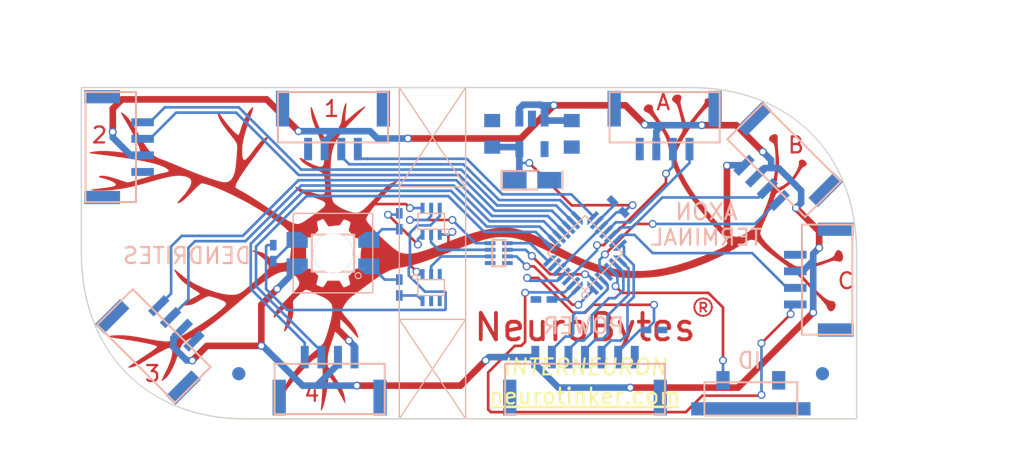
<source format=kicad_pcb>
(kicad_pcb (version 4) (host pcbnew 4.0.5-e0-6337~49~ubuntu14.04.1)
  (layers (0 F.Cu signal) (31 B.Cu signal) (34 B.Paste user) (35 F.Paste user) (36 B.SilkS user) (37 F.SilkS user) (38 B.Mask user) (39 F.Mask user) (44 Edge.Cuts user))
  (net 0 "")
  (net 1 +5V)
  (net 2 GND)
  (net 3 +3V3)
  (net 4 RESET)
  (net 5 "Net-(D1-Pad3)")
  (net 6 "Net-(D1-Pad4)")
  (net 7 "Net-(D1-Pad1)")
  (net 8 D1IN)
  (net 9 D1EX)
  (net 10 D2IN)
  (net 11 D2EX)
  (net 12 D3IN)
  (net 13 D3EX)
  (net 14 D4IN)
  (net 15 D4EX)
  (net 16 MOSI)
  (net 17 "Net-(Q1-Pad2)")
  (net 18 "Net-(Q1-Pad3)")
  (net 19 "Net-(Q1-Pad4)")
  (net 20 "Net-(Q1-Pad5)")
  (net 21 "Net-(Q1-Pad6)")
  (net 22 "Net-(Q2-Pad2)")
  (net 23 "Net-(Q2-Pad3)")
  (net 24 "Net-(Q2-Pad5)")
  (net 25 "Net-(Q2-Pad6)")
  (net 26 "Net-(R4-Pad1)")
  (net 27 "Net-(RN1-Pad1)")
  (net 28 LED_R)
  (net 29 LED_B)
  (net 30 LED_G)
  (net 31 "Net-(RN1-Pad8)")
  (net 32 SWITCH)
  (net 33 "Net-(U1-Pad6)")
  (net 34 "Net-(U2-Pad4)")
  (net 35 A3IN)
  (net 36 A3EX)
  (net 37 A1IN)
  (net 38 A1EX)
  (net 39 A2IN)
  (net 40 A2EX)
  (net 41 SWDIO/SCK)
  (net 42 SWCLK/MISO)
  (net 43 NSS)
  (module KiCad_Footprints:ZF_CONN_JST_GH (layer B.Cu) (at 175 79.75 90)
    (fp_text reference P6)
    (fp_text value CONN_01X04 hide)
    (pad 3 smd rect (at -2.4 0.625) (size 0.6 1.7) (layers B.Cu B.Paste B.Mask) (net 37 A1IN))
    (pad 4 smd rect (at -2.4 1.875) (size 0.6 1.7) (layers B.Cu B.Paste B.Mask) (net 38 A1EX))
    (pad 2 smd rect (at -2.4 -0.625) (size 0.6 1.7) (layers B.Cu B.Paste B.Mask) (net 1 +5V))
    (pad 1 smd rect (at -2.4 -1.875) (size 0.6 1.7) (layers B.Cu B.Paste B.Mask) (net 2 GND))
    (pad "" smd rect (at 0.65 3.8) (size 1 2.7) (layers B.Cu B.Paste B.Mask) (net 2 GND))
    (pad "" smd rect (at 0.65 -3.8) (size 1 2.7) (layers B.Cu B.Paste B.Mask) (net 2 GND))
  )
  (module KiCad_Footprints:ZF_LOGO_Interneuron (layer F.Cu) (at 150 90)
    (fp_text reference G*** hide)
    (fp_text value LOGO hide)
    (fp_poly (pts (xy 26.067648 -11.953585) (xy 26.216265 -11.887816) (xy 26.274556 -11.778748) (xy 26.245867 -11.619319) (xy 26.236817 -11.596655) (xy 26.20711 -11.512018) (xy 26.192868 -11.422786) (xy 26.196592 -11.313148) (xy 26.22078 -11.167288) (xy 26.267933 -10.969393) (xy 26.340549 -10.703651) (xy 26.423759 -10.414) (xy 26.50702 -10.123338) (xy 26.571954 -9.915516) (xy 26.630838 -9.78956) (xy 26.69595 -9.744499) (xy 26.779567 -9.779358) (xy 26.893966 -9.893166) (xy 27.051425 -10.084948) (xy 27.259467 -10.347766) (xy 27.508344 -10.661462) (xy 27.699756 -10.906031) (xy 27.840439 -11.091089) (xy 27.93713 -11.226254) (xy 27.996565 -11.32114) (xy 28.025482 -11.385366) (xy 28.030618 -11.428547) (xy 28.02705 -11.443441) (xy 28.029385 -11.538052) (xy 28.050251 -11.5951) (xy 28.13497 -11.662314) (xy 28.268567 -11.683783) (xy 28.409201 -11.659507) (xy 28.510317 -11.5951) (xy 28.606504 -11.43791) (xy 28.631295 -11.285402) (xy 28.589256 -11.160406) (xy 28.484952 -11.085751) (xy 28.406202 -11.0744) (xy 28.306528 -11.048975) (xy 28.182508 -10.968406) (xy 28.027623 -10.82625) (xy 27.835355 -10.616066) (xy 27.599185 -10.331413) (xy 27.403791 -10.0838) (xy 27.017015 -9.567666) (xy 26.675556 -9.074079) (xy 26.385183 -8.612687) (xy 26.151665 -8.193141) (xy 25.980769 -7.82509) (xy 25.884211 -7.541792) (xy 25.846921 -7.379597) (xy 25.837824 -7.253201) (xy 25.858928 -7.118757) (xy 25.91212 -6.932818) (xy 26.097372 -6.434548) (xy 26.357213 -5.888463) (xy 26.68376 -5.306085) (xy 27.069128 -4.698934) (xy 27.505434 -4.078531) (xy 27.984795 -3.4564) (xy 28.499327 -2.844059) (xy 29.041146 -2.253032) (xy 29.284512 -2.004349) (xy 29.565073 -1.729691) (xy 29.792314 -1.524006) (xy 29.979185 -1.379255) (xy 30.138638 -1.287399) (xy 30.283621 -1.240397) (xy 30.427085 -1.230211) (xy 30.518192 -1.238477) (xy 30.793212 -1.314413) (xy 31.096101 -1.462415) (xy 31.403331 -1.666908) (xy 31.691375 -1.912317) (xy 31.927731 -2.171595) (xy 32.196999 -2.569461) (xy 32.44979 -3.050927) (xy 32.681408 -3.598678) (xy 32.887158 -4.195399) (xy 33.062345 -4.823776) (xy 33.202273 -5.466494) (xy 33.302247 -6.106238) (xy 33.357572 -6.725693) (xy 33.363553 -7.307546) (xy 33.356969 -7.4422) (xy 33.331831 -7.76953) (xy 33.299926 -8.009794) (xy 33.256774 -8.177503) (xy 33.197895 -8.287166) (xy 33.118811 -8.353292) (xy 33.069006 -8.375014) (xy 32.926945 -8.463646) (xy 32.868312 -8.58668) (xy 32.891791 -8.722476) (xy 32.996063 -8.849395) (xy 33.101853 -8.914678) (xy 33.249541 -8.96902) (xy 33.362083 -8.96448) (xy 33.405817 -8.947849) (xy 33.469267 -8.91018) (xy 33.503956 -8.852778) (xy 33.517076 -8.749386) (xy 33.515818 -8.573747) (xy 33.515109 -8.548821) (xy 33.51675 -8.363771) (xy 33.528602 -8.110383) (xy 33.548727 -7.821191) (xy 33.575183 -7.528728) (xy 33.576945 -7.511641) (xy 33.605773 -7.215453) (xy 33.621078 -6.985963) (xy 33.622351 -6.789105) (xy 33.609076 -6.590814) (xy 33.580744 -6.357023) (xy 33.557078 -6.190841) (xy 33.504264 -5.823491) (xy 33.46681 -5.543345) (xy 33.444094 -5.337273) (xy 33.435493 -5.192144) (xy 33.440383 -5.094828) (xy 33.45814 -5.032194) (xy 33.488142 -4.991111) (xy 33.499637 -4.980859) (xy 33.572515 -4.939913) (xy 33.659121 -4.951392) (xy 33.74634 -4.989191) (xy 34.000109 -5.140116) (xy 34.268527 -5.347566) (xy 34.514487 -5.580639) (xy 34.657803 -5.748238) (xy 34.806141 -5.963557) (xy 34.938097 -6.190674) (xy 35.043484 -6.407889) (xy 35.112115 -6.593503) (xy 35.133802 -6.725814) (xy 35.12936 -6.752744) (xy 35.12219 -6.897069) (xy 35.18745 -6.999998) (xy 35.301147 -7.052149) (xy 35.439288 -7.044139) (xy 35.577877 -6.966587) (xy 35.606129 -6.939172) (xy 35.696462 -6.794096) (xy 35.694676 -6.66317) (xy 35.6041 -6.563754) (xy 35.528028 -6.53172) (xy 35.440211 -6.49117) (xy 35.355215 -6.413321) (xy 35.257986 -6.280494) (xy 35.133469 -6.075009) (xy 35.121628 -6.054468) (xy 34.799054 -5.580087) (xy 34.418584 -5.184159) (xy 33.968253 -4.85451) (xy 33.904073 -4.815959) (xy 33.714875 -4.700031) (xy 33.553366 -4.592319) (xy 33.444483 -4.509817) (xy 33.419566 -4.485759) (xy 33.365197 -4.393029) (xy 33.296373 -4.236044) (xy 33.227555 -4.047948) (xy 33.224465 -4.0386) (xy 33.159783 -3.861458) (xy 33.062893 -3.620538) (xy 32.945429 -3.343715) (xy 32.819028 -3.058865) (xy 32.779161 -2.9718) (xy 32.582549 -2.539044) (xy 32.430619 -2.18828) (xy 32.320399 -1.91177) (xy 32.248914 -1.701778) (xy 32.213192 -1.550564) (xy 32.207688 -1.484741) (xy 32.248654 -1.331453) (xy 32.364 -1.131805) (xy 32.543734 -0.896043) (xy 32.777868 -0.634413) (xy 33.056411 -0.357163) (xy 33.369373 -0.074539) (xy 33.706763 0.203212) (xy 34.058593 0.465843) (xy 34.2138 0.572898) (xy 34.483365 0.750856) (xy 34.686252 0.876276) (xy 34.83747 0.957029) (xy 34.952029 1.000989) (xy 35.044938 1.016029) (xy 35.059088 1.016277) (xy 35.28195 0.999119) (xy 35.576195 0.952194) (xy 35.918117 0.881522) (xy 36.284009 0.793119) (xy 36.650166 0.693005) (xy 36.99288 0.587197) (xy 37.288445 0.481713) (xy 37.468968 0.404505) (xy 37.640891 0.316092) (xy 37.744019 0.239616) (xy 37.804341 0.150416) (xy 37.839315 0.053078) (xy 37.922607 -0.1258) (xy 38.034481 -0.218939) (xy 38.165174 -0.219414) (xy 38.201074 -0.203482) (xy 38.326851 -0.089063) (xy 38.412061 0.078617) (xy 38.450304 0.26728) (xy 38.435181 0.444644) (xy 38.360293 0.57843) (xy 38.356737 0.581722) (xy 38.286409 0.632434) (xy 38.206395 0.646054) (xy 38.080788 0.625096) (xy 38.004838 0.60634) (xy 37.880104 0.577964) (xy 37.776223 0.56986) (xy 37.664222 0.586216) (xy 37.515125 0.631223) (xy 37.303601 0.707716) (xy 36.840328 0.872715) (xy 36.448421 0.996778) (xy 36.109007 1.085655) (xy 35.956786 1.117975) (xy 35.687261 1.194579) (xy 35.510381 1.303201) (xy 35.421155 1.447765) (xy 35.4076 1.549531) (xy 35.416454 1.626426) (xy 35.44988 1.70944) (xy 35.518174 1.812941) (xy 35.631632 1.951298) (xy 35.800548 2.138878) (xy 35.9283 2.276224) (xy 36.296826 2.663256) (xy 36.608893 2.975793) (xy 36.870924 3.21914) (xy 37.089346 3.398602) (xy 37.270585 3.519483) (xy 37.421067 3.587088) (xy 37.540177 3.6068) (xy 37.716819 3.637224) (xy 37.812726 3.6997) (xy 37.88727 3.85052) (xy 37.88563 4.028004) (xy 37.815741 4.201833) (xy 37.685538 4.34169) (xy 37.636788 4.372017) (xy 37.508328 4.390479) (xy 37.383232 4.323591) (xy 37.28138 4.186253) (xy 37.239089 4.073987) (xy 37.210236 4.004937) (xy 37.151685 3.912663) (xy 37.057085 3.789889) (xy 36.920087 3.629342) (xy 36.734342 3.423745) (xy 36.493499 3.165823) (xy 36.191211 2.848301) (xy 35.954394 2.601971) (xy 35.613001 2.248951) (xy 35.329115 1.958777) (xy 35.090577 1.720346) (xy 34.885229 1.522553) (xy 34.70091 1.35429) (xy 34.525462 1.204454) (xy 34.346724 1.061939) (xy 34.152538 0.915639) (xy 33.9344 0.757078) (xy 33.525624 0.458106) (xy 33.160088 0.180867) (xy 32.845894 -0.06802) (xy 32.591144 -0.281938) (xy 32.403939 -0.454267) (xy 32.292381 -0.578389) (xy 32.283002 -0.591937) (xy 32.193936 -0.694499) (xy 32.060251 -0.814123) (xy 31.994546 -0.864609) (xy 31.75785 -0.989565) (xy 31.522903 -1.015589) (xy 31.280127 -0.942637) (xy 31.1404 -0.86072) (xy 30.244353 -0.300286) (xy 29.280523 0.216901) (xy 28.273724 0.679839) (xy 27.248769 1.077524) (xy 26.230471 1.398955) (xy 25.780499 1.515915) (xy 25.281995 1.62997) (xy 24.834822 1.716412) (xy 24.406901 1.779365) (xy 23.966152 1.82295) (xy 23.480493 1.851291) (xy 23.0632 1.865131) (xy 22.516886 1.871972) (xy 22.043135 1.860428) (xy 21.614059 1.827384) (xy 21.201774 1.769725) (xy 20.778396 1.684335) (xy 20.316039 1.5681) (xy 20.254431 1.551333) (xy 19.955147 1.46525) (xy 19.658121 1.370583) (xy 19.351451 1.262436) (xy 19.023234 1.135916) (xy 18.661567 0.986129) (xy 18.254545 0.808179) (xy 17.790266 0.597173) (xy 17.256827 0.348217) (xy 16.7894 0.126598) (xy 16.20403 -0.150921) (xy 15.699162 -0.386317) (xy 15.264554 -0.58317) (xy 14.889966 -0.745059) (xy 14.565159 -0.875563) (xy 14.279893 -0.978262) (xy 14.023928 -1.056736) (xy 13.787023 -1.114564) (xy 13.558938 -1.155326) (xy 13.329435 -1.182601) (xy 13.088272 -1.199968) (xy 12.9794 -1.20524) (xy 12.713996 -1.211252) (xy 12.456794 -1.203943) (xy 12.197545 -1.180581) (xy 11.925999 -1.138434) (xy 11.631908 -1.074771) (xy 11.305022 -0.986861) (xy 10.935093 -0.871971) (xy 10.511871 -0.727372) (xy 10.025108 -0.550331) (xy 9.464554 -0.338116) (xy 8.89 -0.115381) (xy 8.484013 0.041875) (xy 8.074024 0.198211) (xy 7.678896 0.346615) (xy 7.317494 0.480069) (xy 7.008681 0.591561) (xy 6.77132 0.674074) (xy 6.731 0.687498) (xy 6.474362 0.770174) (xy 6.2444 0.83916) (xy 6.018886 0.899829) (xy 5.775589 0.95755) (xy 5.492281 1.017695) (xy 5.146731 1.085635) (xy 4.853016 1.14125) (xy 4.58456 1.203719) (xy 4.320367 1.292856) (xy 4.046872 1.416053) (xy 3.750512 1.580704) (xy 3.417721 1.7942) (xy 3.034936 2.063934) (xy 2.691355 2.319314) (xy 2.40767 2.532968) (xy 2.136596 2.735694) (xy 1.893516 2.916096) (xy 1.693814 3.062781) (xy 1.552874 3.164351) (xy 1.513618 3.191692) (xy 1.314803 3.352953) (xy 1.121983 3.554723) (xy 0.948281 3.77748) (xy 0.806815 4.001701) (xy 0.710706 4.207864) (xy 0.673074 4.376448) (xy 0.678555 4.43422) (xy 0.72467 4.521426) (xy 0.825635 4.661722) (xy 0.965978 4.834873) (xy 1.110604 4.999271) (xy 1.290335 5.207111) (xy 1.46025 5.42305) (xy 1.597874 5.617513) (xy 1.664861 5.72859) (xy 1.7545 5.913233) (xy 1.829002 6.094316) (xy 1.881056 6.249945) (xy 1.903349 6.358227) (xy 1.888567 6.397268) (xy 1.888205 6.397235) (xy 1.844229 6.359014) (xy 1.749994 6.25772) (xy 1.61953 6.108953) (xy 1.4732 5.935916) (xy 1.264971 5.69403) (xy 1.058571 5.469074) (xy 0.865459 5.27205) (xy 0.697098 5.113958) (xy 0.564948 5.0058) (xy 0.48047 4.958578) (xy 0.458779 4.962207) (xy 0.432031 5.024049) (xy 0.383901 5.164322) (xy 0.320669 5.363697) (xy 0.248617 5.602844) (xy 0.230655 5.6642) (xy 0.140457 5.963742) (xy 0.040226 6.280039) (xy -0.057324 6.5738) (xy -0.133677 6.790124) (xy -0.260798 7.161868) (xy -0.343885 7.481087) (xy -0.389981 7.783084) (xy -0.406126 8.103163) (xy -0.4064 8.157483) (xy -0.4064 8.528699) (xy 0.055096 9.221123) (xy 0.322887 9.633688) (xy 0.531465 9.981508) (xy 0.686975 10.277626) (xy 0.795561 10.535085) (xy 0.863366 10.76693) (xy 0.896534 10.986203) (xy 0.898421 11.011431) (xy 0.921457 11.3538) (xy 0.595494 10.7442) (xy 0.363204 10.31576) (xy 0.170227 9.973601) (xy 0.012838 9.711966) (xy -0.112687 9.525102) (xy -0.210071 9.407252) (xy -0.28304 9.352662) (xy -0.3085 9.3472) (xy -0.33059 9.393683) (xy -0.354888 9.516355) (xy -0.376577 9.690048) (xy -0.378994 9.7155) (xy -0.431503 10.171653) (xy -0.503548 10.627471) (xy -0.589202 11.050362) (xy -0.682538 11.407733) (xy -0.692713 11.440671) (xy -0.769864 11.664679) (xy -0.833683 11.809425) (xy -0.880289 11.870897) (xy -0.905803 11.845082) (xy -0.906346 11.727967) (xy -0.898567 11.653571) (xy -0.867491 11.352136) (xy -0.838764 10.978193) (xy -0.813569 10.55866) (xy -0.793088 10.120459) (xy -0.778502 9.690509) (xy -0.770993 9.295731) (xy -0.771743 8.963045) (xy -0.775085 8.840919) (xy -0.794657 8.470544) (xy -0.8242 8.193366) (xy -0.868498 8.001111) (xy -0.932336 7.885511) (xy -1.020498 7.838291) (xy -1.137767 7.851182) (xy -1.288927 7.915912) (xy -1.305172 7.92443) (xy -1.49456 8.05214) (xy -1.730817 8.25596) (xy -2.005686 8.526657) (xy -2.31091 8.854996) (xy -2.638231 9.231745) (xy -2.979391 9.647669) (xy -3.326133 10.093535) (xy -3.670199 10.56011) (xy -3.701914 10.604431) (xy -3.846624 10.804587) (xy -3.972338 10.973618) (xy -4.066288 11.094691) (xy -4.115703 11.150974) (xy -4.117505 11.152271) (xy -4.136512 11.136814) (xy -4.112546 11.046936) (xy -4.052519 10.896727) (xy -3.963341 10.700277) (xy -3.851924 10.471674) (xy -3.725181 10.22501) (xy -3.59002 9.974374) (xy -3.453356 9.733855) (xy -3.322097 9.517543) (xy -3.294372 9.4742) (xy -3.008176 9.057386) (xy -2.706742 8.673418) (xy -2.373606 8.304737) (xy -1.992302 7.933782) (xy -1.546366 7.542993) (xy -1.269751 7.314997) (xy -1.036456 7.120974) (xy -0.869965 6.968086) (xy -0.753999 6.838992) (xy -0.672278 6.716348) (xy -0.631017 6.634515) (xy -0.550939 6.433399) (xy -0.457838 6.158391) (xy -0.359053 5.835139) (xy -0.261924 5.489289) (xy -0.17379 5.146488) (xy -0.101988 4.832383) (xy -0.072246 4.681845) (xy -0.029169 4.345144) (xy -0.041192 4.068007) (xy -0.11662 3.837148) (xy -0.26376 3.639278) (xy -0.490917 3.46111) (xy -0.806394 3.289358) (xy -0.996482 3.203193) (xy -1.231623 3.098431) (xy -1.457027 2.992932) (xy -1.640548 2.901974) (xy -1.718522 2.859973) (xy -1.919704 2.771768) (xy -2.062598 2.765365) (xy -2.147197 2.812144) (xy -2.281872 2.913734) (xy -2.446245 3.051742) (xy -2.619936 3.207776) (xy -2.782567 3.363444) (xy -2.913758 3.500354) (xy -2.99313 3.600113) (xy -2.999318 3.610756) (xy -3.018227 3.707753) (xy -3.018582 3.872352) (xy -3.004732 4.035131) (xy -2.990591 4.503404) (xy -3.067473 4.935923) (xy -3.171721 5.214108) (xy -3.252358 5.368594) (xy -3.355019 5.535826) (xy -3.464969 5.695534) (xy -3.567475 5.827447) (xy -3.647803 5.911296) (xy -3.690413 5.927721) (xy -3.686663 5.872803) (xy -3.658665 5.743622) (xy -3.611706 5.563123) (xy -3.58328 5.462569) (xy -3.47371 5.045441) (xy -3.406759 4.699839) (xy -3.382601 4.430109) (xy -3.401408 4.240596) (xy -3.46335 4.135646) (xy -3.5299 4.1148) (xy -3.596772 4.14824) (xy -3.717066 4.238727) (xy -3.872319 4.371507) (xy -4.006702 4.4958) (xy -4.172132 4.650632) (xy -4.311624 4.775187) (xy -4.408522 4.854963) (xy -4.444295 4.8768) (xy -4.470815 4.836989) (xy -4.453915 4.73347) (xy -4.401679 4.590116) (xy -4.322189 4.430799) (xy -4.258586 4.328301) (xy -4.166652 4.210731) (xy -4.018082 4.040796) (xy -3.829443 3.83659) (xy -3.6173 3.616205) (xy -3.48166 3.4798) (xy -3.174132 3.171731) (xy -2.934719 2.92241) (xy -2.7573 2.721222) (xy -2.635753 2.557551) (xy -2.563955 2.420781) (xy -2.535785 2.300297) (xy -2.54512 2.185482) (xy -2.585839 2.065722) (xy -2.621865 1.988925) (xy -2.76725 1.767442) (xy -2.971243 1.592002) (xy -3.003962 1.57046) (xy -3.200911 1.465476) (xy -3.405252 1.403128) (xy -3.623052 1.386396) (xy -3.86038 1.418263) (xy -4.123302 1.50171) (xy -4.417886 1.639717) (xy -4.7502 1.835267) (xy -5.126312 2.091341) (xy -5.552288 2.410921) (xy -6.034197 2.796987) (xy -6.578106 3.252522) (xy -6.781683 3.426721) (xy -7.339187 3.903792) (xy -7.831341 4.319669) (xy -8.26782 4.68167) (xy -8.658301 4.997112) (xy -9.012458 5.273313) (xy -9.339966 5.517589) (xy -9.650502 5.737259) (xy -9.95374 5.93964) (xy -10.259357 6.132049) (xy -10.577026 6.321804) (xy -10.716108 6.40232) (xy -10.960461 6.545697) (xy -11.144325 6.667674) (xy -11.282588 6.787663) (xy -11.390139 6.925078) (xy -11.481865 7.09933) (xy -11.572655 7.329832) (xy -11.677397 7.635995) (xy -11.688972 7.6708) (xy -11.884146 8.209535) (xy -12.084191 8.66787) (xy -12.286292 9.040658) (xy -12.487634 9.322754) (xy -12.6854 9.509013) (xy -12.700587 9.519357) (xy -12.823823 9.597524) (xy -12.908822 9.645177) (xy -12.927496 9.652) (xy -12.915935 9.609572) (xy -12.865654 9.493391) (xy -12.784288 9.320111) (xy -12.679476 9.106388) (xy -12.65378 9.0551) (xy -12.440576 8.609963) (xy -12.283821 8.23236) (xy -12.178524 7.908906) (xy -12.119697 7.626214) (xy -12.11884 7.62) (xy -12.114805 7.402893) (xy -12.164478 7.245239) (xy -12.261373 7.160354) (xy -12.34753 7.150607) (xy -12.478481 7.188302) (xy -12.683231 7.278593) (xy -12.951984 7.416325) (xy -13.274948 7.596347) (xy -13.642327 7.813505) (xy -13.853251 7.942856) (xy -14.10094 8.094437) (xy -14.342455 8.238489) (xy -14.552794 8.360341) (xy -14.706956 8.445321) (xy -14.727601 8.45597) (xy -14.881434 8.521766) (xy -15.054859 8.578014) (xy -15.222034 8.618875) (xy -15.357117 8.638511) (xy -15.434267 8.631081) (xy -15.4432 8.617652) (xy -15.402617 8.581558) (xy -15.289145 8.498856) (xy -15.115206 8.378123) (xy -14.893219 8.227934) (xy -14.635605 8.056864) (xy -14.5415 7.99507) (xy -14.150188 7.737106) (xy -13.838991 7.527811) (xy -13.601537 7.362534) (xy -13.431455 7.236627) (xy -13.322374 7.145441) (xy -13.267923 7.084326) (xy -13.2588 7.059082) (xy -13.308261 7.011172) (xy -13.452502 6.953506) (xy -13.685308 6.887418) (xy -14.000467 6.814241) (xy -14.391764 6.735309) (xy -14.852987 6.651955) (xy -15.377921 6.565512) (xy -15.960354 6.477314) (xy -15.990036 6.473003) (xy -16.366165 6.415573) (xy -16.64201 6.366457) (xy -16.818483 6.324916) (xy -16.896496 6.290216) (xy -16.876961 6.261619) (xy -16.760791 6.23839) (xy -16.548898 6.21979) (xy -16.318185 6.208041) (xy -16.064691 6.202067) (xy -15.815228 6.206923) (xy -15.55328 6.224516) (xy -15.262329 6.256753) (xy -14.925858 6.305542) (xy -14.527348 6.372788) (xy -14.050282 6.460399) (xy -13.922679 6.484589) (xy -13.596991 6.543277) (xy -13.277568 6.594848) (xy -12.988833 6.635793) (xy -12.755208 6.662598) (xy -12.622177 6.671559) (xy -12.466037 6.672788) (xy -12.339286 6.663084) (xy -12.217154 6.635113) (xy -12.074872 6.581537) (xy -11.887669 6.495019) (xy -11.678899 6.392175) (xy -11.316412 6.20267) (xy -10.92756 5.983064) (xy -10.52354 5.741097) (xy -10.115548 5.48451) (xy -9.714784 5.221041) (xy -9.332443 4.95843) (xy -8.979723 4.704417) (xy -8.667823 4.466742) (xy -8.407938 4.253144) (xy -8.211266 4.071363) (xy -8.089006 3.929138) (xy -8.069621 3.897437) (xy -8.042905 3.813372) (xy -8.080238 3.738742) (xy -8.146657 3.675914) (xy -8.256549 3.609471) (xy -8.436936 3.528848) (xy -8.659569 3.443781) (xy -8.896198 3.364007) (xy -9.118573 3.299264) (xy -9.298444 3.259289) (xy -9.378853 3.2512) (xy -9.479534 3.276695) (xy -9.638531 3.344985) (xy -9.82879 3.443778) (xy -9.924346 3.499066) (xy -10.128279 3.619615) (xy -10.320068 3.730028) (xy -10.468822 3.812628) (xy -10.510701 3.834604) (xy -10.625728 3.874389) (xy -10.791149 3.909578) (xy -10.981405 3.937617) (xy -11.170935 3.95595) (xy -11.334183 3.962021) (xy -11.445588 3.953277) (xy -11.480448 3.931558) (xy -11.437686 3.893662) (xy -11.319749 3.81821) (xy -11.141788 3.714166) (xy -10.918953 3.590492) (xy -10.759822 3.5052) (xy -10.514805 3.373066) (xy -10.303552 3.254338) (xy -10.141639 3.158152) (xy -10.04464 3.093649) (xy -10.023875 3.0734) (xy -10.058866 3.029389) (xy -10.165728 2.947284) (xy -10.327824 2.838879) (xy -10.525413 2.7178) (xy -10.976816 2.425833) (xy -11.3383 2.132612) (xy -11.62115 1.827961) (xy -11.797157 1.571277) (xy -11.886003 1.413354) (xy -11.945853 1.292143) (xy -11.965351 1.230935) (xy -11.964236 1.228502) (xy -11.918558 1.2485) (xy -11.819733 1.322198) (xy -11.688785 1.43386) (xy -11.683389 1.438702) (xy -11.077828 1.920148) (xy -10.411407 2.32883) (xy -9.678376 2.667705) (xy -8.872989 2.939732) (xy -8.647849 3.000694) (xy -8.258321 3.089233) (xy -7.924634 3.137062) (xy -7.649957 3.1496) (xy -7.436198 3.14345) (xy -7.25679 3.118724) (xy -7.092517 3.066005) (xy -6.924158 2.975877) (xy -6.732495 2.838924) (xy -6.49831 2.64573) (xy -6.338907 2.507252) (xy -6.090844 2.291772) (xy -5.807176 2.048757) (xy -5.530735 1.814771) (xy -5.385706 1.693548) (xy -5.177246 1.512069) (xy -5.008591 1.348756) (xy -4.894801 1.21896) (xy -4.854081 1.151614) (xy -4.845799 0.979662) (xy -4.926233 0.782034) (xy -4.935922 0.76918) (xy -2.582186 0.76918) (xy -2.476204 1.024202) (xy -2.411288 1.17031) (xy -2.358603 1.241895) (xy -2.294147 1.259356) (xy -2.213811 1.247213) (xy -1.974804 1.200453) (xy -1.808161 1.180641) (xy -1.686784 1.193974) (xy -1.583578 1.246648) (xy -1.471448 1.344861) (xy -1.378874 1.438167) (xy -1.106748 1.715983) (xy -1.184224 2.055637) (xy -1.261699 2.395291) (xy -1.04995 2.489457) (xy -0.910068 2.54728) (xy -0.805831 2.582589) (xy -0.782294 2.587211) (xy -0.727508 2.549241) (xy -0.64297 2.447192) (xy -0.568492 2.3368) (xy -0.410597 2.0828) (xy 0.036001 2.083808) (xy 0.4826 2.084816) (xy 0.632799 2.337808) (xy 0.71947 2.474147) (xy 0.788824 2.565997) (xy 0.819087 2.5908) (xy 0.883059 2.57227) (xy 1.006447 2.524973) (xy 1.091506 2.489497) (xy 1.236595 2.417112) (xy 1.299419 2.354361) (xy 1.300805 2.298997) (xy 1.273432 2.195775) (xy 1.236824 2.042587) (xy 1.222932 1.9812) (xy 1.172088 1.7526) (xy 1.470122 1.453229) (xy 1.768156 1.153859) (xy 1.998773 1.211929) (xy 2.203055 1.257412) (xy 2.335169 1.264088) (xy 2.419429 1.224993) (xy 2.480145 1.133164) (xy 2.509084 1.065771) (xy 2.559632 0.928602) (xy 2.58833 0.829716) (xy 2.5908 0.811302) (xy 2.550793 0.759704) (xy 2.447178 0.677712) (xy 2.3368 0.604773) (xy 2.216133 0.527247) (xy 2.138137 0.457168) (xy 2.096213 0.372104) (xy 2.083766 0.249619) (xy 2.094196 0.067282) (xy 2.11567 -0.147185) (xy 2.137624 -0.322207) (xy 2.170342 -0.42969) (xy 2.233103 -0.503339) (xy 2.345184 -0.576858) (xy 2.36967 -0.591264) (xy 2.496873 -0.677752) (xy 2.576816 -0.755078) (xy 2.5908 -0.786024) (xy 2.573258 -0.862106) (xy 2.530867 -0.988787) (xy 2.47898 -1.124815) (xy 2.432946 -1.228936) (xy 2.415004 -1.258424) (xy 2.363111 -1.254851) (xy 2.239641 -1.232082) (xy 2.077443 -1.196437) (xy 1.7526 -1.120627) (xy 1.468021 -1.40218) (xy 1.183443 -1.683734) (xy 1.251327 -1.972167) (xy 1.288381 -2.138225) (xy 1.313369 -2.266663) (xy 1.320006 -2.317199) (xy 1.277746 -2.362753) (xy 1.17291 -2.423236) (xy 1.0398 -2.482956) (xy 0.912717 -2.526221) (xy 0.836501 -2.538395) (xy 0.78446 -2.497469) (xy 0.704442 -2.394358) (xy 0.649654 -2.309795) (xy 0.556664 -2.172318) (xy 0.475565 -2.10434) (xy 0.375794 -2.083056) (xy 0.344854 -2.082359) (xy 0.192433 -2.075795) (xy 0.000212 -2.059713) (xy -0.084064 -2.050456) (xy -0.345927 -2.018994) (xy -0.53276 -2.300384) (xy -0.719592 -2.581774) (xy -0.943937 -2.505332) (xy -1.083564 -2.450595) (xy -1.177947 -2.400323) (xy -1.196404 -2.383387) (xy -1.202041 -2.312847) (xy -1.188396 -2.175222) (xy -1.163731 -2.028865) (xy -1.102935 -1.719846) (xy -1.376968 -1.440217) (xy -1.503256 -1.312432) (xy -1.599229 -1.231601) (xy -1.691455 -1.1914) (xy -1.806503 -1.185503) (xy -1.970942 -1.207585) (xy -2.188211 -1.247087) (xy -2.300371 -1.261882) (xy -2.366202 -1.238494) (xy -2.416099 -1.155327) (xy -2.454911 -1.057606) (xy -2.505364 -0.9194) (xy -2.535869 -0.824071) (xy -2.54 -0.803698) (xy -2.500705 -0.761914) (xy -2.398767 -0.685217) (xy -2.286 -0.6096) (xy -2.032 -0.446609) (xy -2.032 0.435733) (xy -2.307093 0.602456) (xy -2.582186 0.76918) (xy -4.935922 0.76918) (xy -5.088336 0.566996) (xy -5.325059 0.342814) (xy -5.629357 0.117752) (xy -5.8547 -0.021994) (xy -5.987568 -0.103498) (xy -6.07521 -0.165661) (xy -6.096 -0.188396) (xy -6.051591 -0.201695) (xy -5.93546 -0.190997) (xy -5.773254 -0.161321) (xy -5.59062 -0.117687) (xy -5.413204 -0.065116) (xy -5.34694 -0.041776) (xy -5.135654 0.064353) (xy -4.9067 0.223117) (xy -4.786144 0.325175) (xy -4.581114 0.508754) (xy -4.426411 0.632478) (xy -4.300157 0.707967) (xy -4.180471 0.746842) (xy -4.045473 0.760722) (xy -3.963797 0.761921) (xy -3.694019 0.732818) (xy -3.470225 0.651726) (xy -3.313153 0.527732) (xy -3.268268 0.4572) (xy -3.238111 0.348305) (xy -3.207151 0.162607) (xy -3.17754 -0.075142) (xy -3.151434 -0.34019) (xy -3.130985 -0.607782) (xy -3.118346 -0.853165) (xy -3.115673 -1.051588) (xy -3.125117 -1.178296) (xy -3.125717 -1.181239) (xy -3.171174 -1.342365) (xy -3.242307 -1.494029) (xy -3.348728 -1.6462) (xy -3.500046 -1.808846) (xy -3.705871 -1.991933) (xy -3.975815 -2.205428) (xy -4.319487 -2.459301) (xy -4.445 -2.549548) (xy -5.412327 -3.200637) (xy -6.425682 -3.800109) (xy -7.2898 -4.254664) (xy -7.706458 -4.456979) (xy -8.120684 -4.646919) (xy -8.520524 -4.819888) (xy -8.894025 -4.971291) (xy -9.229231 -5.096531) (xy -9.514188 -5.191013) (xy -9.736943 -5.250141) (xy -9.88554 -5.269318) (xy -9.918963 -5.265461) (xy -9.992773 -5.219396) (xy -10.119964 -5.11145) (xy -10.285879 -4.955199) (xy -10.475864 -4.764219) (xy -10.592869 -4.64122) (xy -10.931472 -4.294001) (xy -11.216714 -4.033185) (xy -11.448582 -3.85878) (xy -11.627067 -3.770796) (xy -11.698528 -3.7592) (xy -11.721848 -3.78066) (xy -11.686714 -3.849691) (xy -11.588153 -3.973272) (xy -11.421193 -4.158379) (xy -11.390981 -4.190773) (xy -11.130903 -4.490947) (xy -10.920728 -4.778975) (xy -10.768848 -5.041084) (xy -10.683655 -5.263505) (xy -10.668 -5.377232) (xy -10.714323 -5.552193) (xy -10.853154 -5.68542) (xy -11.084286 -5.77673) (xy -11.134275 -5.788401) (xy -11.35644 -5.826193) (xy -11.583674 -5.842086) (xy -11.829733 -5.834113) (xy -12.108378 -5.800307) (xy -12.433367 -5.738702) (xy -12.818459 -5.647332) (xy -13.277412 -5.524229) (xy -13.57674 -5.43928) (xy -14.227775 -5.255833) (xy -14.798348 -5.104729) (xy -15.303387 -4.983342) (xy -15.757823 -4.889044) (xy -16.176584 -4.819208) (xy -16.574599 -4.771205) (xy -16.966797 -4.742408) (xy -17.368108 -4.730191) (xy -17.60872 -4.729651) (xy -17.90753 -4.733462) (xy -18.112912 -4.74092) (xy -18.223741 -4.752808) (xy -18.238891 -4.769905) (xy -18.157237 -4.792995) (xy -17.977652 -4.822857) (xy -17.699012 -4.860273) (xy -17.361625 -4.901169) (xy -17.092385 -4.935341) (xy -16.84736 -4.971058) (xy -16.650472 -5.004514) (xy -16.525639 -5.031903) (xy -16.510725 -5.03656) (xy -16.388171 -5.104419) (xy -16.361633 -5.186205) (xy -16.426922 -5.279067) (xy -16.579849 -5.380153) (xy -16.816225 -5.486612) (xy -17.13186 -5.595591) (xy -17.473024 -5.691615) (xy -17.604791 -5.729917) (xy -17.650207 -5.759797) (xy -17.62261 -5.792447) (xy -17.60534 -5.802649) (xy -17.460351 -5.836853) (xy -17.235858 -5.827126) (xy -16.943022 -5.775392) (xy -16.593002 -5.683576) (xy -16.230494 -5.565508) (xy -15.980794 -5.480159) (xy -15.757941 -5.408994) (xy -15.58316 -5.358438) (xy -15.477675 -5.334913) (xy -15.465441 -5.334) (xy -15.386756 -5.347934) (xy -15.226222 -5.386977) (xy -14.999288 -5.446988) (xy -14.721406 -5.523828) (xy -14.408025 -5.613359) (xy -14.244313 -5.66116) (xy -13.901931 -5.760117) (xy -13.571335 -5.852502) (xy -13.272077 -5.933091) (xy -13.02371 -5.996661) (xy -12.845784 -6.037987) (xy -12.8016 -6.046616) (xy -12.560039 -6.09875) (xy -12.417695 -6.155878) (xy -12.374076 -6.223393) (xy -12.428689 -6.306683) (xy -12.581043 -6.411141) (xy -12.759601 -6.506843) (xy -13.031287 -6.6199) (xy -13.400887 -6.73496) (xy -13.864749 -6.851319) (xy -14.419225 -6.968269) (xy -15.060664 -7.085104) (xy -15.785414 -7.201119) (xy -16.589827 -7.315607) (xy -17.470251 -7.427861) (xy -17.6022 -7.443696) (xy -17.936275 -7.485339) (xy -18.171638 -7.520132) (xy -18.310783 -7.550173) (xy -18.356206 -7.577558) (xy -18.3104 -7.604387) (xy -18.175858 -7.632758) (xy -17.955076 -7.664767) (xy -17.876951 -7.674818) (xy -17.48974 -7.702207) (xy -17.027914 -7.698394) (xy -16.513238 -7.664327) (xy -15.967476 -7.600955) (xy -15.875 -7.587607) (xy -15.612774 -7.548651) (xy -15.34523 -7.508849) (xy -15.116073 -7.474706) (xy -15.041592 -7.463589) (xy -14.806046 -7.434677) (xy -14.65368 -7.437626) (xy -14.568917 -7.480427) (xy -14.53618 -7.57107) (xy -14.539893 -7.717545) (xy -14.540203 -7.720794) (xy -14.580369 -7.894871) (xy -14.671595 -8.142301) (xy -14.808509 -8.451945) (xy -14.985742 -8.812668) (xy -15.197922 -9.213334) (xy -15.439677 -9.642807) (xy -15.5925 -9.902668) (xy -15.730318 -10.137181) (xy -15.845177 -10.339966) (xy -15.92874 -10.495704) (xy -15.972673 -10.589074) (xy -15.976619 -10.608715) (xy -15.91694 -10.602705) (xy -15.809835 -10.536693) (xy -15.674707 -10.427209) (xy -15.530958 -10.29078) (xy -15.397987 -10.143934) (xy -15.33397 -10.061232) (xy -15.240577 -9.922279) (xy -15.110126 -9.71632) (xy -14.95575 -9.464686) (xy -14.790582 -9.188709) (xy -14.669871 -8.982628) (xy -14.395874 -8.520903) (xy -14.155457 -8.142144) (xy -13.940061 -7.836868) (xy -13.741127 -7.595592) (xy -13.550096 -7.408831) (xy -13.358409 -7.267104) (xy -13.157507 -7.160926) (xy -12.959097 -7.08709) (xy -12.827336 -7.040427) (xy -12.620792 -6.960867) (xy -12.357939 -6.855825) (xy -12.057254 -6.732715) (xy -11.73721 -6.598956) (xy -11.6332 -6.554891) (xy -10.997757 -6.2895) (xy -10.405278 -6.051531) (xy -9.862657 -5.843387) (xy -9.376784 -5.667474) (xy -8.954552 -5.526195) (xy -8.602852 -5.421955) (xy -8.328575 -5.357157) (xy -8.138615 -5.334207) (xy -8.13415 -5.33419) (xy -7.894443 -5.381743) (xy -7.691586 -5.521086) (xy -7.529072 -5.748041) (xy -7.410395 -6.05843) (xy -7.367111 -6.25172) (xy -7.341744 -6.42642) (xy -7.313551 -6.674599) (xy -7.284918 -6.96827) (xy -7.258228 -7.279447) (xy -7.235866 -7.580141) (xy -7.220217 -7.842367) (xy -7.213664 -8.038136) (xy -7.2136 -8.053589) (xy -7.219225 -8.142903) (xy -7.241188 -8.232713) (xy -7.28712 -8.334839) (xy -7.364653 -8.4611) (xy -7.481418 -8.623316) (xy -7.645048 -8.833308) (xy -7.863173 -9.102894) (xy -7.994563 -9.263127) (xy -8.28061 -9.642327) (xy -8.498103 -9.998163) (xy -8.63995 -10.318287) (xy -8.678787 -10.454308) (xy -8.701555 -10.603367) (xy -8.683936 -10.660567) (xy -8.628173 -10.624533) (xy -8.558019 -10.5283) (xy -8.377716 -10.261908) (xy -8.177823 -9.990974) (xy -7.968675 -9.727009) (xy -7.760606 -9.481525) (xy -7.563951 -9.266031) (xy -7.389045 -9.09204) (xy -7.246223 -8.971062) (xy -7.145819 -8.914609) (xy -7.110677 -8.916218) (xy -7.080374 -8.971918) (xy -7.030119 -9.10203) (xy -6.968497 -9.283455) (xy -6.936649 -9.384431) (xy -6.844526 -9.654298) (xy -6.728903 -9.952291) (xy -6.613108 -10.218663) (xy -6.600804 -10.244632) (xy -6.495324 -10.443482) (xy -6.376706 -10.633842) (xy -6.257145 -10.80024) (xy -6.148838 -10.927205) (xy -6.063981 -10.999266) (xy -6.014769 -11.000951) (xy -6.010811 -10.993087) (xy -6.019552 -10.925998) (xy -6.057972 -10.784494) (xy -6.11991 -10.589232) (xy -6.199206 -10.360864) (xy -6.200209 -10.358087) (xy -6.402859 -9.780769) (xy -6.564064 -9.282146) (xy -6.686688 -8.849482) (xy -6.773597 -8.470045) (xy -6.827655 -8.131099) (xy -6.851728 -7.819911) (xy -6.84868 -7.523746) (xy -6.846439 -7.485657) (xy -6.822299 -7.2528) (xy -6.781186 -7.098373) (xy -6.717772 -7.023793) (xy -6.626727 -7.030475) (xy -6.502723 -7.119835) (xy -6.340431 -7.29329) (xy -6.134521 -7.552255) (xy -6.0202 -7.705215) (xy -5.848893 -7.93263) (xy -5.684461 -8.142116) (xy -5.542699 -8.314142) (xy -5.439402 -8.42918) (xy -5.4176 -8.45027) (xy -5.291914 -8.554511) (xy -5.144381 -8.663731) (xy -5.002038 -8.759487) (xy -4.891927 -8.823336) (xy -4.847392 -8.8392) (xy -4.839665 -8.81733) (xy -4.871966 -8.748131) (xy -4.947994 -8.626226) (xy -5.071449 -8.446234) (xy -5.24603 -8.202777) (xy -5.475436 -7.890475) (xy -5.763366 -7.503948) (xy -5.791092 -7.466918) (xy -6.204829 -6.907866) (xy -6.5529 -6.422894) (xy -6.836705 -6.00976) (xy -7.05764 -5.666219) (xy -7.217102 -5.390029) (xy -7.316488 -5.178946) (xy -7.357196 -5.030726) (xy -7.351128 -4.962117) (xy -7.294604 -4.904983) (xy -7.170488 -4.820589) (xy -7.003065 -4.725049) (xy -6.960523 -4.702956) (xy -6.791427 -4.614278) (xy -6.615206 -4.516105) (xy -6.421208 -4.401719) (xy -6.19878 -4.264403) (xy -5.93727 -4.09744) (xy -5.626025 -3.89411) (xy -5.254393 -3.647698) (xy -4.81172 -3.351485) (xy -4.723772 -3.292426) (xy -4.27355 -2.993372) (xy -3.895609 -2.750397) (xy -3.581008 -2.558544) (xy -3.320807 -2.412856) (xy -3.106063 -2.308375) (xy -2.927836 -2.240145) (xy -2.777184 -2.203207) (xy -2.752559 -2.199533) (xy -2.628743 -2.195615) (xy -2.49763 -2.222232) (xy -2.344469 -2.286612) (xy -2.154511 -2.39598) (xy -1.913007 -2.557562) (xy -1.67586 -2.727038) (xy -1.453421 -2.888627) (xy -1.217145 -3.060059) (xy -1.00832 -3.211382) (xy -0.953299 -3.2512) (xy -0.732353 -3.430247) (xy -0.60481 -3.582959) (xy -0.567829 -3.715563) (xy -0.61857 -3.834282) (xy -0.665651 -3.881754) (xy -0.75937 -3.936786) (xy -0.929391 -4.012658) (xy -1.15474 -4.100889) (xy -1.414441 -4.192998) (xy -1.529242 -4.23097) (xy -1.98071 -4.388566) (xy -2.333187 -4.537525) (xy -2.588813 -4.678942) (xy -2.749731 -4.813912) (xy -2.794504 -4.877742) (xy -2.833131 -4.966253) (xy -2.836216 -5.001859) (xy -2.785214 -4.990285) (xy -2.660143 -4.947527) (xy -2.481026 -4.880735) (xy -2.3114 -4.814454) (xy -1.956415 -4.682221) (xy -1.612733 -4.570856) (xy -1.301398 -4.486184) (xy -1.043451 -4.434026) (xy -0.884503 -4.4196) (xy -0.753272 -4.43029) (xy -0.664513 -4.472615) (xy -0.611517 -4.561964) (xy -0.587573 -4.713722) (xy -0.585971 -4.943275) (xy -0.591432 -5.091595) (xy -0.607617 -5.42004) (xy -0.629685 -5.664791) (xy -0.668005 -5.843657) (xy -0.732947 -5.974446) (xy -0.834881 -6.074965) (xy -0.984177 -6.163023) (xy -1.191204 -6.256427) (xy -1.2954 -6.300495) (xy -1.688324 -6.481063) (xy -2.013072 -6.661463) (xy -2.259455 -6.835308) (xy -2.417282 -6.996212) (xy -2.426533 -7.009451) (xy -2.496452 -7.135391) (xy -2.492648 -7.193492) (xy -2.417562 -7.183156) (xy -2.273638 -7.103783) (xy -2.211258 -7.062203) (xy -2.047653 -6.960151) (xy -1.835478 -6.841806) (xy -1.619128 -6.731868) (xy -1.607728 -6.726431) (xy -1.29464 -6.590641) (xy -1.054202 -6.519163) (xy -0.878574 -6.514308) (xy -0.759916 -6.578385) (xy -0.69039 -6.713705) (xy -0.662157 -6.922578) (xy -0.660563 -7.005574) (xy -0.683126 -7.431208) (xy -0.75389 -7.860808) (xy -0.878089 -8.316227) (xy -1.060959 -8.819316) (xy -1.142457 -9.017) (xy -1.302783 -9.402374) (xy -1.425139 -9.714902) (xy -1.515256 -9.973462) (xy -1.578861 -10.196929) (xy -1.621684 -10.404181) (xy -1.649453 -10.614096) (xy -1.658914 -10.7188) (xy -1.670061 -10.914208) (xy -1.663931 -11.020139) (xy -1.638761 -11.034883) (xy -1.592787 -10.956732) (xy -1.524247 -10.783974) (xy -1.431377 -10.514902) (xy -1.423187 -10.4902) (xy -1.271173 -10.0591) (xy -1.112177 -9.659557) (xy -0.951625 -9.30181) (xy -0.794947 -8.996098) (xy -0.647571 -8.752659) (xy -0.514923 -8.581732) (xy -0.402433 -8.493556) (xy -0.359376 -8.4836) (xy -0.292114 -8.504701) (xy -0.206957 -8.573985) (xy -0.096388 -8.700428) (xy 0.047109 -8.893005) (xy 0.231051 -9.16069) (xy 0.321334 -9.2964) (xy 0.454487 -9.503277) (xy 0.543095 -9.663565) (xy 0.601174 -9.8137) (xy 0.64274 -9.990117) (xy 0.68181 -10.229254) (xy 0.682853 -10.2362) (xy 0.740602 -10.576321) (xy 0.803363 -10.86786) (xy 0.867383 -11.097026) (xy 0.928914 -11.250028) (xy 0.974537 -11.308772) (xy 1.005706 -11.299819) (xy 1.011873 -11.211435) (xy 0.998719 -11.069654) (xy 0.964215 -10.756451) (xy 0.939773 -10.474781) (xy 0.926126 -10.239883) (xy 0.924013 -10.066994) (xy 0.934167 -9.971354) (xy 0.945005 -9.957193) (xy 0.998183 -9.989399) (xy 1.110628 -10.077081) (xy 1.266485 -10.207313) (xy 1.449899 -10.367167) (xy 1.473012 -10.38773) (xy 1.681265 -10.565765) (xy 1.889057 -10.730075) (xy 2.082203 -10.871009) (xy 2.246522 -10.978913) (xy 2.367828 -11.044134) (xy 2.431939 -11.057019) (xy 2.4384 -11.04475) (xy 2.404384 -10.999607) (xy 2.309069 -10.892954) (xy 2.162548 -10.735567) (xy 1.974917 -10.538222) (xy 1.75627 -10.311695) (xy 1.6383 -10.19068) (xy 1.24961 -9.786625) (xy 0.929205 -9.436572) (xy 0.66858 -9.127992) (xy 0.459229 -8.848356) (xy 0.292651 -8.585135) (xy 0.160339 -8.325802) (xy 0.053791 -8.057829) (xy -0.035499 -7.768685) (xy -0.054925 -7.6962) (xy -0.106682 -7.43735) (xy -0.146445 -7.113691) (xy -0.174497 -6.741181) (xy -0.191124 -6.335779) (xy -0.196611 -5.913442) (xy -0.191241 -5.490127) (xy -0.175301 -5.081792) (xy -0.149074 -4.704394) (xy -0.112846 -4.373891) (xy -0.066901 -4.106241) (xy -0.011524 -3.917401) (xy 0.013392 -3.867197) (xy 0.15645 -3.703186) (xy 0.37656 -3.53636) (xy 0.65014 -3.377865) (xy 0.953604 -3.23885) (xy 1.263371 -3.130462) (xy 1.555856 -3.063847) (xy 1.746513 -3.048) (xy 1.887606 -3.062971) (xy 2.032657 -3.113048) (xy 2.191808 -3.205985) (xy 2.375201 -3.34953) (xy 2.592979 -3.551435) (xy 2.855283 -3.819452) (xy 3.100128 -4.082451) (xy 3.393561 -4.399009) (xy 3.633349 -4.649233) (xy 3.831502 -4.844326) (xy 4.000027 -4.995494) (xy 4.150934 -5.113938) (xy 4.296232 -5.210864) (xy 4.333917 -5.233537) (xy 4.480824 -5.309365) (xy 4.628709 -5.368861) (xy 4.750561 -5.403272) (xy 4.819372 -5.403845) (xy 4.826 -5.393001) (xy 4.791805 -5.346373) (xy 4.697873 -5.242551) (xy 4.55718 -5.0953) (xy 4.382703 -4.918385) (xy 4.314487 -4.850447) (xy 3.910023 -4.438345) (xy 3.541598 -4.040778) (xy 3.216905 -3.667096) (xy 2.943636 -3.326648) (xy 2.729484 -3.028783) (xy 2.582142 -2.782852) (xy 2.54112 -2.695105) (xy 2.499962 -2.56696) (xy 2.511759 -2.4727) (xy 2.544263 -2.410675) (xy 2.656145 -2.253272) (xy 2.828487 -2.044023) (xy 3.046262 -1.799081) (xy 3.294445 -1.534601) (xy 3.558009 -1.266739) (xy 3.821927 -1.01165) (xy 3.984938 -0.861787) (xy 4.302596 -0.580785) (xy 4.562547 -0.363378) (xy 4.779233 -0.201631) (xy 4.967095 -0.087603) (xy 5.140574 -0.013357) (xy 5.314112 0.029045) (xy 5.502149 0.047543) (xy 5.644566 0.050516) (xy 5.859633 0.043183) (xy 6.081737 0.018437) (xy 6.323068 -0.027203) (xy 6.595817 -0.097216) (xy 6.912173 -0.195082) (xy 7.284326 -0.324279) (xy 7.724467 -0.488289) (xy 8.244785 -0.690589) (xy 8.255 -0.694619) (xy 8.945541 -0.962322) (xy 9.557207 -1.188614) (xy 10.102208 -1.377093) (xy 10.592757 -1.531354) (xy 11.041064 -1.654993) (xy 11.459342 -1.751606) (xy 11.859802 -1.824791) (xy 12.254655 -1.878143) (xy 12.285373 -1.881554) (xy 12.645075 -1.912537) (xy 12.985803 -1.921895) (xy 13.317678 -1.906484) (xy 13.650824 -1.863165) (xy 13.995364 -1.788796) (xy 14.36142 -1.680237) (xy 14.759115 -1.534347) (xy 15.198572 -1.347985) (xy 15.689913 -1.11801) (xy 16.24326 -0.841282) (xy 16.868738 -0.514658) (xy 17.116976 -0.382404) (xy 18.078527 0.105395) (xy 18.995544 0.512791) (xy 19.877736 0.840138) (xy 20.734812 1.087791) (xy 21.57648 1.256104) (xy 22.41245 1.345431) (xy 23.25243 1.356126) (xy 24.10613 1.288544) (xy 24.983257 1.143039) (xy 25.893521 0.919965) (xy 26.84663 0.619677) (xy 27.852294 0.242529) (xy 28.370782 0.028253) (xy 28.799942 -0.15469) (xy 29.141281 -0.305442) (xy 29.400316 -0.431939) (xy 29.582567 -0.542116) (xy 29.693553 -0.643907) (xy 29.738793 -0.745249) (xy 29.723805 -0.854077) (xy 29.654107 -0.978325) (xy 29.53522 -1.125929) (xy 29.372661 -1.304825) (xy 29.329967 -1.350916) (xy 28.721357 -2.018617) (xy 28.183948 -2.631936) (xy 27.710316 -3.200833) (xy 27.293032 -3.735269) (xy 26.92467 -4.245206) (xy 26.597803 -4.740604) (xy 26.305005 -5.231423) (xy 26.038849 -5.727625) (xy 25.981394 -5.842) (xy 25.741652 -6.365035) (xy 25.561191 -6.85785) (xy 25.426577 -7.361182) (xy 25.349864 -7.756731) (xy 25.292456 -8.04362) (xy 25.219215 -8.333341) (xy 25.141129 -8.584603) (xy 25.102792 -8.685082) (xy 24.989715 -8.922335) (xy 24.841524 -9.186505) (xy 24.668574 -9.463607) (xy 24.481218 -9.739657) (xy 24.289808 -10.00067) (xy 24.104698 -10.232662) (xy 23.936242 -10.421649) (xy 23.794792 -10.553646) (xy 23.690702 -10.61467) (xy 23.672365 -10.6172) (xy 23.544438 -10.661575) (xy 23.448124 -10.7693) (xy 23.4188 -10.877138) (xy 23.453127 -10.97902) (xy 23.537025 -11.095185) (xy 23.549532 -11.108151) (xy 23.663064 -11.197545) (xy 23.782712 -11.218532) (xy 23.862921 -11.209242) (xy 24.023966 -11.161248) (xy 24.10387 -11.069731) (xy 24.120876 -10.91227) (xy 24.119905 -10.893433) (xy 24.12913 -10.812433) (xy 24.17054 -10.705542) (xy 24.251607 -10.55936) (xy 24.3798 -10.360485) (xy 24.562594 -10.095515) (xy 24.57306 -10.080633) (xy 24.903718 -9.593069) (xy 25.164454 -9.168444) (xy 25.359123 -8.799841) (xy 25.491579 -8.480346) (xy 25.526441 -8.370239) (xy 25.578288 -8.209828) (xy 25.627101 -8.092704) (xy 25.655523 -8.050859) (xy 25.700819 -8.076594) (xy 25.771075 -8.172284) (xy 25.832329 -8.281446) (xy 25.927868 -8.460171) (xy 26.050696 -8.676882) (xy 26.170268 -8.87811) (xy 26.274618 -9.054024) (xy 26.333708 -9.180021) (xy 26.357204 -9.29166) (xy 26.354772 -9.424499) (xy 26.345535 -9.522885) (xy 26.317204 -9.716359) (xy 26.268754 -9.964834) (xy 26.206416 -10.243291) (xy 26.136423 -10.526711) (xy 26.065008 -10.790078) (xy 25.998403 -11.008372) (xy 25.942842 -11.156575) (xy 25.93397 -11.174898) (xy 25.830149 -11.30896) (xy 25.70394 -11.405045) (xy 25.592221 -11.503516) (xy 25.560496 -11.625119) (xy 25.596249 -11.750979) (xy 25.686966 -11.862221) (xy 25.820131 -11.93997) (xy 25.983228 -11.965349) (xy 26.067648 -11.953585)) (layer F.Cu) (width 0.01))
    (fp_poly (pts (xy 0.171508 -1.350114) (xy 0.541047 -1.246964) (xy 0.854329 -1.066491) (xy 1.102359 -0.818917) (xy 1.276145 -0.514466) (xy 1.366692 -0.163361) (xy 1.37795 0.021236) (xy 1.352808 0.330725) (xy 1.267566 0.587812) (xy 1.107496 0.830801) (xy 1.033636 0.916761) (xy 0.767688 1.142461) (xy 0.453881 1.295498) (xy 0.11581 1.368954) (xy -0.222926 1.355911) (xy -0.355929 1.324135) (xy -0.679367 1.176773) (xy -0.945184 0.958378) (xy -1.146517 0.685127) (xy -1.276502 0.373198) (xy -1.328275 0.038769) (xy -1.294971 -0.301981) (xy -1.178929 -0.615571) (xy -0.990568 -0.881551) (xy -0.738888 -1.100614) (xy -0.446925 -1.260229) (xy -0.137717 -1.347865) (xy 0.165701 -1.350993) (xy 0.171508 -1.350114)) (layer F.Cu) (width 0.01))
  )
  (module KiCad_Footprints:ZF_STRUCT_NB_CLIP (layer B.Cu) (at 157.5 90 270)
    (fp_text reference REF** hide)
    (fp_text value ZF_STRUCT_NB_CLIP)
  )
  (module KiCad_Footprints:ZF_LED_RGB_SunLED_XZMDKCBDDG45S-9_cast (layer B.Cu) (at 150 90 180)
    (fp_text reference D1)
    (fp_text value LED_RABG hide)
    (pad "" thru_hole circle (at 0 0 180) (size 3 3) (drill 3) (layers *.Cu))
    (pad 3 smd rect (at 2.7 0.8 180) (size 1.6 0.8) (layers B.Cu B.Paste B.Mask) (net 5 "Net-(D1-Pad3)"))
    (pad 2 smd rect (at 2.7 -0.8 180) (size 1.6 0.8) (layers B.Cu B.Paste B.Mask) (net 1 +5V))
    (pad 4 smd rect (at -2.7 0.8 180) (size 1.6 0.8) (layers B.Cu B.Paste B.Mask) (net 6 "Net-(D1-Pad4)"))
    (pad 1 smd rect (at -2.7 -0.8 180) (size 1.6 0.8) (layers B.Cu B.Paste B.Mask) (net 7 "Net-(D1-Pad1)"))
    (pad 4 smd rect (at -3 1 180) (size 1 1.2) (layers B.Cu B.Paste B.Mask) (net 6 "Net-(D1-Pad4)"))
    (pad 1 smd rect (at -3 -1 180) (size 1 1.2) (layers B.Cu B.Paste B.Mask) (net 7 "Net-(D1-Pad1)"))
    (pad 3 smd rect (at 3 1 180) (size 1 1.2) (layers B.Cu B.Paste B.Mask) (net 5 "Net-(D1-Pad3)"))
    (pad 2 smd rect (at 3 -1 180) (size 1 1.2) (layers B.Cu B.Paste B.Mask) (net 1 +5V))
    (pad 4 smd trapezoid (at -2.5 1.4 180) (size 0.65 0.4) (rect_delta 0 -0.55) (layers B.Cu B.Paste B.Mask) (net 6 "Net-(D1-Pad4)"))
    (pad 1 smd trapezoid (at -2.5 -1.4) (size 0.65 0.4) (rect_delta 0 -0.55) (layers B.Cu B.Paste B.Mask) (net 7 "Net-(D1-Pad1)"))
    (pad 3 smd trapezoid (at 2.5 1.4 180) (size 0.65 0.4) (rect_delta 0 -0.55) (layers B.Cu B.Paste B.Mask) (net 5 "Net-(D1-Pad3)"))
    (pad 2 smd trapezoid (at 2.5 -1.4) (size 0.65 0.4) (rect_delta 0 -0.55) (layers B.Cu B.Paste B.Mask) (net 1 +5V))
  )
  (module KiCad_Footprints:ZF_CONN_JST_GH (layer B.Cu) (at 133.25 82 180)
    (fp_text reference P2)
    (fp_text value CONN_01X04 hide)
    (pad 3 smd rect (at -2.4 0.625 90) (size 0.6 1.7) (layers B.Cu B.Paste B.Mask) (net 10 D2IN))
    (pad 4 smd rect (at -2.4 1.875 90) (size 0.6 1.7) (layers B.Cu B.Paste B.Mask) (net 11 D2EX))
    (pad 2 smd rect (at -2.4 -0.625 90) (size 0.6 1.7) (layers B.Cu B.Paste B.Mask) (net 1 +5V))
    (pad 1 smd rect (at -2.4 -1.875 90) (size 0.6 1.7) (layers B.Cu B.Paste B.Mask) (net 2 GND))
    (pad "" smd rect (at 0.65 3.8 90) (size 1 2.7) (layers B.Cu B.Paste B.Mask) (net 2 GND))
    (pad "" smd rect (at 0.65 -3.8 90) (size 1 2.7) (layers B.Cu B.Paste B.Mask) (net 2 GND))
  )
  (module KiCad_Footprints:ZF_CONN_JST_GH (layer B.Cu) (at 136.5 97 225)
    (fp_text reference P3)
    (fp_text value CONN_01X04 hide)
    (pad 3 smd rect (at -2.4 0.625 135) (size 0.6 1.7) (layers B.Cu B.Paste B.Mask) (net 12 D3IN))
    (pad 4 smd rect (at -2.4 1.875 135) (size 0.6 1.7) (layers B.Cu B.Paste B.Mask) (net 13 D3EX))
    (pad 2 smd rect (at -2.4 -0.625 135) (size 0.6 1.7) (layers B.Cu B.Paste B.Mask) (net 1 +5V))
    (pad 1 smd rect (at -2.4 -1.875 135) (size 0.6 1.7) (layers B.Cu B.Paste B.Mask) (net 2 GND))
    (pad "" smd rect (at 0.65 3.8 135) (size 1 2.7) (layers B.Cu B.Paste B.Mask) (net 2 GND))
    (pad "" smd rect (at 0.65 -3.8 135) (size 1 2.7) (layers B.Cu B.Paste B.Mask) (net 2 GND))
  )
  (module KiCad_Footprints:ZF_SMD_NonPol_0603 (layer B.Cu) (at 168 81 270)
    (fp_text reference C1)
    (fp_text value C hide)
    (pad 1 smd rect (at -1 0 270) (size 1 1.2) (layers B.Cu B.Paste B.Mask) (net 1 +5V))
    (pad 2 smd rect (at 1 0 270) (size 1 1.2) (layers B.Cu B.Paste B.Mask) (net 2 GND))
  )
  (module KiCad_Footprints:ZF_SMD_pol_1206 (layer B.Cu) (at 165 84.5)
    (fp_text reference C2)
    (fp_text value CP hide)
    (pad 1 smd rect (at -1.3 0) (size 1.8 1.25) (layers B.Cu B.Paste B.Mask) (net 3 +3V3))
    (pad 2 smd rect (at 1.3 0) (size 1.8 1.25) (layers B.Cu B.Paste B.Mask) (net 2 GND))
  )
  (module KiCad_Footprints:ZF_SMD_NonPol_0402_cap (layer B.Cu) (at 171.5 86.5 135)
    (fp_text reference C3)
    (fp_text value C hide)
    (pad 1 smd rect (at -0.6 0 135) (size 0.8 0.5) (layers B.Cu B.Paste B.Mask) (net 3 +3V3))
    (pad 2 smd rect (at 0.6 0 135) (size 0.8 0.5) (layers B.Cu B.Paste B.Mask) (net 2 GND))
  )
  (module KiCad_Footprints:ZF_SMD_NonPol_0603 (layer B.Cu) (at 162 81 90)
    (fp_text reference C4)
    (fp_text value C hide)
    (pad 1 smd rect (at -1 0 90) (size 1 1.2) (layers B.Cu B.Paste B.Mask) (net 3 +3V3))
    (pad 2 smd rect (at 1 0 90) (size 1 1.2) (layers B.Cu B.Paste B.Mask) (net 2 GND))
  )
  (module KiCad_Footprints:ZF_SMD_NonPol_0402_cap (layer B.Cu) (at 174.2 95.8)
    (fp_text reference C5)
    (fp_text value C hide)
    (pad 1 smd rect (at -0.6 0) (size 0.8 0.5) (layers B.Cu B.Paste B.Mask) (net 4 RESET))
    (pad 2 smd rect (at 0.6 0) (size 0.8 0.5) (layers B.Cu B.Paste B.Mask) (net 2 GND))
  )
  (module KiCad_Footprints:ZF_CONN_JST_GH (layer B.Cu) (at 150 79.75 90)
    (fp_text reference P1)
    (fp_text value CONN_01X04 hide)
    (pad 3 smd rect (at -2.4 0.625) (size 0.6 1.7) (layers B.Cu B.Paste B.Mask) (net 8 D1IN))
    (pad 4 smd rect (at -2.4 1.875) (size 0.6 1.7) (layers B.Cu B.Paste B.Mask) (net 9 D1EX))
    (pad 2 smd rect (at -2.4 -0.625) (size 0.6 1.7) (layers B.Cu B.Paste B.Mask) (net 1 +5V))
    (pad 1 smd rect (at -2.4 -1.875) (size 0.6 1.7) (layers B.Cu B.Paste B.Mask) (net 2 GND))
    (pad "" smd rect (at 0.65 3.8) (size 1 2.7) (layers B.Cu B.Paste B.Mask) (net 2 GND))
    (pad "" smd rect (at 0.65 -3.8) (size 1 2.7) (layers B.Cu B.Paste B.Mask) (net 2 GND))
  )
  (module KiCad_Footprints:ZF_CONN_JST_GH (layer B.Cu) (at 149.75 100.25 270)
    (fp_text reference P4)
    (fp_text value CONN_01X04 hide)
    (pad 3 smd rect (at -2.4 0.625 180) (size 0.6 1.7) (layers B.Cu B.Paste B.Mask) (net 14 D4IN))
    (pad 4 smd rect (at -2.4 1.875 180) (size 0.6 1.7) (layers B.Cu B.Paste B.Mask) (net 15 D4EX))
    (pad 2 smd rect (at -2.4 -0.625 180) (size 0.6 1.7) (layers B.Cu B.Paste B.Mask) (net 1 +5V))
    (pad 1 smd rect (at -2.4 -1.875 180) (size 0.6 1.7) (layers B.Cu B.Paste B.Mask) (net 2 GND))
    (pad "" smd rect (at 0.65 3.8 180) (size 1 2.7) (layers B.Cu B.Paste B.Mask) (net 2 GND))
    (pad "" smd rect (at 0.65 -3.8 180) (size 1 2.7) (layers B.Cu B.Paste B.Mask) (net 2 GND))
  )
  (module KiCad_Footprints:ZF_CONN_JST_GH (layer B.Cu) (at 184 83 45)
    (fp_text reference P7)
    (fp_text value CONN_01X04 hide)
    (pad 3 smd rect (at -2.4 0.625 315) (size 0.6 1.7) (layers B.Cu B.Paste B.Mask) (net 39 A2IN))
    (pad 4 smd rect (at -2.4 1.875 315) (size 0.6 1.7) (layers B.Cu B.Paste B.Mask) (net 40 A2EX))
    (pad 2 smd rect (at -2.4 -0.625 315) (size 0.6 1.7) (layers B.Cu B.Paste B.Mask) (net 1 +5V))
    (pad 1 smd rect (at -2.4 -1.875 315) (size 0.6 1.7) (layers B.Cu B.Paste B.Mask) (net 2 GND))
    (pad "" smd rect (at 0.65 3.8 315) (size 1 2.7) (layers B.Cu B.Paste B.Mask) (net 2 GND))
    (pad "" smd rect (at 0.65 -3.8 315) (size 1 2.7) (layers B.Cu B.Paste B.Mask) (net 2 GND))
  )
  (module KiCad_Footprints:ZF_CONN_JST_GH (layer B.Cu) (at 187.25 92)
    (fp_text reference P5)
    (fp_text value CONN_01X04 hide)
    (pad 3 smd rect (at -2.4 0.625 270) (size 0.6 1.7) (layers B.Cu B.Paste B.Mask) (net 35 A3IN))
    (pad 4 smd rect (at -2.4 1.875 270) (size 0.6 1.7) (layers B.Cu B.Paste B.Mask) (net 36 A3EX))
    (pad 2 smd rect (at -2.4 -0.625 270) (size 0.6 1.7) (layers B.Cu B.Paste B.Mask) (net 1 +5V))
    (pad 1 smd rect (at -2.4 -1.875 270) (size 0.6 1.7) (layers B.Cu B.Paste B.Mask) (net 2 GND))
    (pad "" smd rect (at 0.65 3.8 270) (size 1 2.7) (layers B.Cu B.Paste B.Mask) (net 2 GND))
    (pad "" smd rect (at 0.65 -3.8 270) (size 1 2.7) (layers B.Cu B.Paste B.Mask) (net 2 GND))
  )
  (module KiCad_Footprints:ZF_CONN_JST_GH_7POS (layer B.Cu) (at 169 100.25 270)
    (fp_text reference P12)
    (fp_text value CONN_01X07 hide)
    (pad 3 smd rect (at -2.4 -1.25 180) (size 0.6 1.7) (layers B.Cu B.Paste B.Mask) (net 41 SWDIO/SCK))
    (pad 4 smd rect (at -2.4 0 180) (size 0.6 1.7) (layers B.Cu B.Paste B.Mask) (net 42 SWCLK/MISO))
    (pad 2 smd rect (at -2.4 -2.5 180) (size 0.6 1.7) (layers B.Cu B.Paste B.Mask) (net 4 RESET))
    (pad 1 smd rect (at -2.4 -3.75 180) (size 0.6 1.7) (layers B.Cu B.Paste B.Mask) (net 2 GND))
    (pad "" smd rect (at 0.65 5.675 180) (size 1 2.7) (layers B.Cu B.Paste B.Mask) (net 2 GND))
    (pad "" smd rect (at 0.65 -5.675 180) (size 1 2.7) (layers B.Cu B.Paste B.Mask) (net 2 GND))
    (pad 5 smd rect (at -2.4 1.25 270) (size 1.7 0.6) (layers B.Cu B.Paste B.Mask) (net 43 NSS))
    (pad 6 smd rect (at -2.4 2.5 270) (size 1.7 0.6) (layers B.Cu B.Paste B.Mask) (net 16 MOSI))
    (pad 7 smd rect (at -2.4 3.75 270) (size 1.7 0.6) (layers B.Cu B.Paste B.Mask) (net 1 +5V))
  )
  (module KiCad_Footprints:ZF_SMD_SOT-363 (layer B.Cu) (at 157.4 92.6)
    (fp_text reference Q1 hide)
    (fp_text value NPN_dual hide)
    (pad 1 smd rect (at -0.65 -1) (size 0.3 0.8) (layers B.Cu B.Paste B.Mask) (net 2 GND))
    (pad 2 smd rect (at 0 -1) (size 0.3 0.8) (layers B.Cu B.Paste B.Mask) (net 17 "Net-(Q1-Pad2)"))
    (pad 3 smd rect (at 0.65 -1) (size 0.3 0.8) (layers B.Cu B.Paste B.Mask) (net 18 "Net-(Q1-Pad3)"))
    (pad 4 smd rect (at 0.65 1) (size 0.3 0.8) (layers B.Cu B.Paste B.Mask) (net 19 "Net-(Q1-Pad4)"))
    (pad 5 smd rect (at 0 1) (size 0.3 0.8) (layers B.Cu B.Paste B.Mask) (net 20 "Net-(Q1-Pad5)"))
    (pad 6 smd rect (at -0.65 1) (size 0.3 0.8) (layers B.Cu B.Paste B.Mask) (net 21 "Net-(Q1-Pad6)"))
  )
  (module KiCad_Footprints:ZF_SMD_SOT-363 (layer B.Cu) (at 157.4 87.6 180)
    (fp_text reference Q2 hide)
    (fp_text value NPN_dual hide)
    (pad 1 smd rect (at -0.65 -1 180) (size 0.3 0.8) (layers B.Cu B.Paste B.Mask) (net 2 GND))
    (pad 2 smd rect (at 0 -1 180) (size 0.3 0.8) (layers B.Cu B.Paste B.Mask) (net 22 "Net-(Q2-Pad2)"))
    (pad 3 smd rect (at 0.65 -1 180) (size 0.3 0.8) (layers B.Cu B.Paste B.Mask) (net 23 "Net-(Q2-Pad3)"))
    (pad 4 smd rect (at 0.65 1 180) (size 0.3 0.8) (layers B.Cu B.Paste B.Mask) (net 2 GND))
    (pad 5 smd rect (at 0 1 180) (size 0.3 0.8) (layers B.Cu B.Paste B.Mask) (net 24 "Net-(Q2-Pad5)"))
    (pad 6 smd rect (at -0.65 1 180) (size 0.3 0.8) (layers B.Cu B.Paste B.Mask) (net 25 "Net-(Q2-Pad6)"))
  )
  (module KiCad_Footprints:ZF_SMD_NonPol_0402 (layer B.Cu) (at 155 92.6 270)
    (fp_text reference R1)
    (fp_text value R hide)
    (pad 1 smd rect (at -0.6 0 270) (size 0.8 0.5) (layers B.Cu B.Paste B.Mask) (net 7 "Net-(D1-Pad1)"))
    (pad 2 smd rect (at 0.6 0 270) (size 0.8 0.5) (layers B.Cu B.Paste B.Mask) (net 21 "Net-(Q1-Pad6)"))
  )
  (module KiCad_Footprints:ZF_SMD_NonPol_0402 (layer B.Cu) (at 155 87.6 90)
    (fp_text reference R2)
    (fp_text value R hide)
    (pad 1 smd rect (at -0.6 0 90) (size 0.8 0.5) (layers B.Cu B.Paste B.Mask) (net 6 "Net-(D1-Pad4)"))
    (pad 2 smd rect (at 0.6 0 90) (size 0.8 0.5) (layers B.Cu B.Paste B.Mask) (net 23 "Net-(Q2-Pad3)"))
  )
  (module KiCad_Footprints:ZF_SMD_NonPol_0402 (layer B.Cu) (at 145.5 90 90)
    (fp_text reference R3)
    (fp_text value R hide)
    (pad 1 smd rect (at -0.6 0 90) (size 0.8 0.5) (layers B.Cu B.Paste B.Mask) (net 5 "Net-(D1-Pad3)"))
    (pad 2 smd rect (at 0.6 0 90) (size 0.8 0.5) (layers B.Cu B.Paste B.Mask) (net 25 "Net-(Q2-Pad6)"))
  )
  (module KiCad_Footprints:ZF_SMD_NonPol_0402 (layer B.Cu) (at 165.9 93.5 180)
    (fp_text reference R4)
    (fp_text value R hide)
    (pad 1 smd rect (at -0.6 0 180) (size 0.8 0.5) (layers B.Cu B.Paste B.Mask) (net 26 "Net-(R4-Pad1)"))
    (pad 2 smd rect (at 0.6 0 180) (size 0.8 0.5) (layers B.Cu B.Paste B.Mask) (net 2 GND))
  )
  (module KiCad_Footprints:ZF_RN_4iso_CTS-0804 (layer B.Cu) (at 162.5 90 180)
    (fp_text reference RN1)
    (fp_text value R_Pack04 hide)
    (pad 1 smd rect (at -0.65 -0.75 90) (size 0.3 0.8) (layers B.Cu B.Paste B.Mask) (net 27 "Net-(RN1-Pad1)"))
    (pad 2 smd rect (at -0.65 -0.25 90) (size 0.3 0.8) (layers B.Cu B.Paste B.Mask) (net 28 LED_R))
    (pad 3 smd rect (at -0.65 0.25 90) (size 0.3 0.8) (layers B.Cu B.Paste B.Mask) (net 29 LED_B))
    (pad 4 smd rect (at -0.65 0.75 90) (size 0.3 0.8) (layers B.Cu B.Paste B.Mask) (net 30 LED_G))
    (pad 5 smd rect (at 0.65 0.75 90) (size 0.3 0.8) (layers B.Cu B.Paste B.Mask) (net 24 "Net-(Q2-Pad5)"))
    (pad 6 smd rect (at 0.65 0.25 90) (size 0.3 0.8) (layers B.Cu B.Paste B.Mask) (net 22 "Net-(Q2-Pad2)"))
    (pad 7 smd rect (at 0.65 -0.25 90) (size 0.3 0.8) (layers B.Cu B.Paste B.Mask) (net 17 "Net-(Q1-Pad2)"))
    (pad 8 smd rect (at 0.65 -0.75 90) (size 0.3 0.8) (layers B.Cu B.Paste B.Mask) (net 31 "Net-(RN1-Pad8)"))
  )
  (module KiCad_Footprints:ZF_SOT23-5L (layer B.Cu) (at 165 81)
    (fp_text reference U2)
    (fp_text value LD3985G33R hide)
    (pad 2 smd rect (at 0 -1.15 180) (size 0.6 1.2) (layers B.Cu B.Paste B.Mask) (net 2 GND))
    (pad 1 smd rect (at -0.95 -1.15 180) (size 0.6 1.2) (layers B.Cu B.Paste B.Mask) (net 1 +5V))
    (pad 3 smd rect (at 0.95 -1.15 180) (size 0.6 1.2) (layers B.Cu B.Paste B.Mask) (net 1 +5V))
    (pad 4 smd rect (at 0.95 1.15 180) (size 0.6 1.2) (layers B.Cu B.Paste B.Mask) (net 34 "Net-(U2-Pad4)"))
    (pad 5 smd rect (at -0.95 1.15 180) (size 0.6 1.2) (layers B.Cu B.Paste B.Mask) (net 3 +3V3))
  )
  (module KiCad_Footprints:ZF_LOGO_OSHW (layer B.Cu) (at 140.2 84 180)
    (fp_text reference G*** hide)
    (fp_text value LOGO hide)
  )
  (module KiCad_Footprints:ZF_Fiducial-1mm (layer B.Cu) (at 186.9 99.1)
    (fp_text reference REF** hide)
    (fp_text value ZF_Fiducial-1mm hide)
    (pad "" smd circle (at 0 0) (size 1 1) (layers B.Cu B.Mask))
  )
  (module KiCad_Footprints:ZF_Fiducial-1mm (layer B.Cu) (at 142.9 99.1)
    (fp_text reference REF** hide)
    (fp_text value ZF_Fiducial-1mm hide)
    (pad "" smd circle (at 0 0) (size 1 1) (layers B.Cu B.Mask))
  )
  (module KiCad_Footprints:ZF_SW_Momentary_SideMtg (layer B.Cu) (at 181.5 102.25 180)
    (fp_text reference SW1 hide)
    (fp_text value SW_PUSH hide)
    (pad "" smd rect (at 0 0.5 180) (size 9 1) (layers B.Cu B.Paste B.Mask) (net 2 GND))
    (pad 1 smd rect (at -2.1 2.65 180) (size 1 1.4) (layers B.Cu B.Paste B.Mask) (net 2 GND))
    (pad 2 smd rect (at 2.1 2.65 180) (size 1 1.4) (layers B.Cu B.Paste B.Mask) (net 32 SWITCH))
  )
  (module KiCad_Footprints:ZF_IC_UFQFPN28-050 (layer B.Cu) (at 169 90 45)
    (fp_text reference U1 hide)
    (fp_text value STM32L011Gx)
    (pad 1 smd rect (at -2.4 1.5 315) (size 0.3 0.9) (layers B.Cu B.Paste B.Mask) (net 26 "Net-(R4-Pad1)"))
    (pad 2 smd rect (at -2.25 1 315) (size 0.3 1.2) (layers B.Cu B.Paste B.Mask) (net 36 A3EX))
    (pad 3 smd rect (at -2.25 0.5 315) (size 0.3 1.2) (layers B.Cu B.Paste B.Mask) (net 37 A1IN))
    (pad 4 smd rect (at -2.25 0 315) (size 0.3 1.2) (layers B.Cu B.Paste B.Mask) (net 4 RESET))
    (pad 5 smd rect (at -2.25 -0.5 315) (size 0.3 1.2) (layers B.Cu B.Paste B.Mask) (net 3 +3V3))
    (pad 6 smd rect (at -2.25 -1 315) (size 0.3 1.2) (layers B.Cu B.Paste B.Mask) (net 33 "Net-(U1-Pad6)"))
    (pad 7 smd rect (at -2.4 -1.5 315) (size 0.3 0.9) (layers B.Cu B.Paste B.Mask) (net 30 LED_G))
    (pad 8 smd rect (at -1.5 -2.4 225) (size 0.3 0.9) (layers B.Cu B.Paste B.Mask) (net 14 D4IN))
    (pad 9 smd rect (at -1 -2.25 225) (size 0.3 1.2) (layers B.Cu B.Paste B.Mask) (net 15 D4EX))
    (pad 10 smd rect (at -0.5 -2.25 225) (size 0.3 1.2) (layers B.Cu B.Paste B.Mask) (net 12 D3IN))
    (pad 11 smd rect (at 0 -2.25 225) (size 0.3 1.2) (layers B.Cu B.Paste B.Mask) (net 13 D3EX))
    (pad 12 smd rect (at 0.5 -2.25 225) (size 0.3 1.2) (layers B.Cu B.Paste B.Mask) (net 10 D2IN))
    (pad 13 smd rect (at 1 -2.25 225) (size 0.3 1.2) (layers B.Cu B.Paste B.Mask) (net 11 D2EX))
    (pad 14 smd rect (at 1.5 -2.4 225) (size 0.3 0.9) (layers B.Cu B.Paste B.Mask) (net 8 D1IN))
    (pad 15 smd rect (at 2.4 -1.5 315) (size 0.3 0.9) (layers B.Cu B.Paste B.Mask) (net 9 D1EX))
    (pad 16 smd rect (at 2.25 -1 315) (size 0.3 1.2) (layers B.Cu B.Paste B.Mask) (net 2 GND))
    (pad 17 smd rect (at 2.25 -0.5 315) (size 0.3 1.2) (layers B.Cu B.Paste B.Mask) (net 3 +3V3))
    (pad 18 smd rect (at 2.25 0 315) (size 0.3 1.2) (layers B.Cu B.Paste B.Mask) (net 38 A1EX))
    (pad 19 smd rect (at 2.25 0.5 315) (size 0.3 1.2) (layers B.Cu B.Paste B.Mask) (net 39 A2IN))
    (pad 20 smd rect (at 2.25 1 315) (size 0.3 1.2) (layers B.Cu B.Paste B.Mask) (net 35 A3IN))
    (pad 21 smd rect (at 2.4 1.5 315) (size 0.3 0.9) (layers B.Cu B.Paste B.Mask) (net 41 SWDIO/SCK))
    (pad 22 smd rect (at 1.5 2.4 225) (size 0.3 0.9) (layers B.Cu B.Paste B.Mask) (net 42 SWCLK/MISO))
    (pad 23 smd rect (at 1 2.25 225) (size 0.3 1.2) (layers B.Cu B.Paste B.Mask) (net 43 NSS))
    (pad 24 smd rect (at 0.5 2.25 225) (size 0.3 1.2) (layers B.Cu B.Paste B.Mask) (net 32 SWITCH))
    (pad 25 smd rect (at 0 2.25 225) (size 0.3 1.2) (layers B.Cu B.Paste B.Mask) (net 40 A2EX))
    (pad 26 smd rect (at -0.5 2.25 225) (size 0.3 1.2) (layers B.Cu B.Paste B.Mask) (net 16 MOSI))
    (pad 27 smd rect (at -1 2.25 225) (size 0.3 1.2) (layers B.Cu B.Paste B.Mask) (net 29 LED_B))
    (pad 28 smd rect (at -1.5 2.4 225) (size 0.3 0.9) (layers B.Cu B.Paste B.Mask) (net 28 LED_R))
    (pad 1 smd trapezoid (at -2 1.5 315) (size 0.3 0.5) (rect_delta 0.3 0) (layers B.Cu B.Paste B.Mask) (net 26 "Net-(R4-Pad1)"))
    (pad 28 smd trapezoid (at -1.5 2 225) (size 0.3 0.5) (rect_delta 0.3 0) (layers B.Cu B.Paste B.Mask) (net 28 LED_R))
    (pad 14 smd trapezoid (at 1.5 -2 45) (size 0.3 0.5) (rect_delta 0.3 0) (layers B.Cu B.Paste B.Mask) (net 8 D1IN))
    (pad 15 smd trapezoid (at 2 -1.5 135) (size 0.3 0.5) (rect_delta 0.3 0) (layers B.Cu B.Paste B.Mask) (net 9 D1EX))
    (pad 7 smd trapezoid (at -2 -1.5 135) (size 0.3 0.5) (rect_delta 0.3 0) (layers B.Cu B.Paste B.Mask) (net 30 LED_G))
    (pad 8 smd trapezoid (at -1.5 -2 225) (size 0.3 0.5) (rect_delta 0.3 0) (layers B.Cu B.Paste B.Mask) (net 14 D4IN))
    (pad 21 smd trapezoid (at 2 1.5 315) (size 0.3 0.5) (rect_delta 0.3 0) (layers B.Cu B.Paste B.Mask) (net 41 SWDIO/SCK))
    (pad 22 smd trapezoid (at 1.5 2 45) (size 0.3 0.5) (rect_delta 0.3 0) (layers B.Cu B.Paste B.Mask) (net 42 SWCLK/MISO))
  )
  (gr_text C (at 188.65 92.1) (layer F.Cu) (effects (font (size 1.2 1.2) (thickness 0.17))))
  (gr_text B (at 184.9 81.85) (layer F.Cu) (effects (font (size 1.2 1.2) (thickness 0.17))))
  (gr_text A (at 174.9 78.6) (layer F.Cu) (effects (font (size 1.2 1.2) (thickness 0.17))))
  (gr_text ® (at 177.9 94.1) (layer F.Cu) (effects (font (size 1 1) (thickness 0.14))))
  (gr_text POWER (at 168.9 95.5) (layer B.SilkS) (effects (font (size 1.2 1.2) (thickness 0.17)) (justify mirror)))
  (gr_text 4 (at 148.4 100.6) (layer F.Cu) (effects (font (size 1.2 1.2) (thickness 0.17))))
  (gr_text 3 (at 136.4 99.1) (layer F.Cu) (effects (font (size 1.2 1.2) (thickness 0.17))))
  (gr_text 2 (at 132.4 81.1) (layer F.Cu) (effects (font (size 1.2 1.2) (thickness 0.17))))
  (gr_text 1 (at 149.9 79.1) (layer F.Cu) (effects (font (size 1.2 1.2) (thickness 0.17))))
  (gr_text DENDRITES (at 139 90.2) (layer B.SilkS) (effects (font (size 1.2 1.2) (thickness 0.17)) (justify mirror)))
  (gr_text ID (at 181.4 98.1) (layer B.SilkS) (effects (font (size 1.2 1.2) (thickness 0.17)) (justify mirror)))
  (gr_text "AXON\nTERMINAL" (at 178.15 87.85) (layer B.SilkS) (effects (font (size 1.2 1.2) (thickness 0.17)) (justify mirror)))
  (gr_line (start 181.489043 78.198261) (end 182.07164 78.404927) (layer Edge.Cuts) (width 0.1))
  (gr_line (start 142.675088 102.492439) (end 142.009549 102.449022) (layer Edge.Cuts) (width 0.1))
  (gr_line (start 142.009549 102.449022) (end 141.358598 102.37721) (layer Edge.Cuts) (width 0.1))
  (gr_line (start 143.354733 102.507001) (end 142.675088 102.492439) (layer Edge.Cuts) (width 0.1))
  (gr_line (start 131.031833 77.507009) (end 176.93092 77.507009) (layer Edge.Cuts) (width 0.1))
  (gr_line (start 182.07164 78.404927) (end 182.635746 78.637179) (layer Edge.Cuts) (width 0.1))
  (gr_line (start 185.606854 80.542038) (end 186.028918 80.940409) (layer Edge.Cuts) (width 0.1))
  (gr_line (start 186.428889 81.36066) (end 186.806318 81.802324) (layer Edge.Cuts) (width 0.1))
  (gr_line (start 134.051961 98.64354) (end 133.67871 98.200042) (layer Edge.Cuts) (width 0.1))
  (gr_line (start 183.180909 78.894552) (end 183.706683 79.176585) (layer Edge.Cuts) (width 0.1))
  (gr_line (start 186.028918 80.940409) (end 186.428889 81.36066) (layer Edge.Cuts) (width 0.1))
  (gr_line (start 189.341498 87.941247) (end 189.41331 88.603693) (layer Edge.Cuts) (width 0.1))
  (gr_line (start 131.260966 92.675519) (end 131.161452 92.024052) (layer Edge.Cuts) (width 0.1))
  (gr_line (start 188.33957 84.315606) (end 188.572293 84.876006) (layer Edge.Cuts) (width 0.1))
  (gr_line (start 133.67871 98.200042) (end 133.327894 97.735377) (layer Edge.Cuts) (width 0.1))
  (gr_line (start 187.160753 82.264937) (end 187.491749 82.748034) (layer Edge.Cuts) (width 0.1))
  (gr_line (start 188.081604 83.773832) (end 188.33957 84.315606) (layer Edge.Cuts) (width 0.1))
  (gr_line (start 140.102438 102.150213) (end 139.498206 101.995934) (layer Edge.Cuts) (width 0.1))
  (gr_line (start 131.387817 93.310339) (end 131.260966 92.675519) (layer Edge.Cuts) (width 0.1))
  (gr_line (start 180.888403 78.017648) (end 181.489043 78.198261) (layer Edge.Cuts) (width 0.1))
  (gr_line (start 139.498206 101.995934) (end 138.910526 101.815066) (layer Edge.Cuts) (width 0.1))
  (gr_line (start 135.759504 100.196852) (end 135.301418 99.84253) (layer Edge.Cuts) (width 0.1))
  (gr_line (start 133.327894 97.735377) (end 133 97.25) (layer Edge.Cuts) (width 0.1))
  (gr_line (start 180.270176 77.863549) (end 180.888403 78.017648) (layer Edge.Cuts) (width 0.1))
  (gr_line (start 188.77932 85.454576) (end 188.960205 86.050849) (layer Edge.Cuts) (width 0.1))
  (gr_line (start 176.93092 77.507009) (end 177.630351 77.521572) (layer Edge.Cuts) (width 0.1))
  (gr_line (start 137.251706 101.117463) (end 136.735138 100.83477) (layer Edge.Cuts) (width 0.1))
  (gr_line (start 134.863804 99.465236) (end 134.447154 99.065423) (layer Edge.Cuts) (width 0.1))
  (gr_line (start 178.982746 77.636749) (end 179.634806 77.73643) (layer Edge.Cuts) (width 0.1))
  (gr_line (start 188.960205 86.050849) (end 189.114498 86.664361) (layer Edge.Cuts) (width 0.1))
  (gr_line (start 177.630351 77.521572) (end 178.314444 77.564975) (layer Edge.Cuts) (width 0.1))
  (gr_line (start 138.910526 101.815066) (end 138.33989 101.608064) (layer Edge.Cuts) (width 0.1))
  (gr_line (start 188.572293 84.876006) (end 188.77932 85.454576) (layer Edge.Cuts) (width 0.1))
  (gr_line (start 131.089765 91.35639) (end 131.04639 90.672983) (layer Edge.Cuts) (width 0.1))
  (gr_line (start 186.806318 81.802324) (end 187.160753 82.264937) (layer Edge.Cuts) (width 0.1))
  (gr_line (start 141.358598 102.37721) (end 140.722732 102.277456) (layer Edge.Cuts) (width 0.1))
  (gr_line (start 132.695524 96.744362) (end 132.414953 96.218912) (layer Edge.Cuts) (width 0.1))
  (gr_line (start 178.314444 77.564975) (end 178.982746 77.636749) (layer Edge.Cuts) (width 0.1))
  (gr_line (start 185.16315 80.166002) (end 185.606854 80.542038) (layer Edge.Cuts) (width 0.1))
  (gr_line (start 184.698251 79.812776) (end 185.16315 80.166002) (layer Edge.Cuts) (width 0.1))
  (gr_line (start 189.456727 89.281523) (end 189.471289 89.974274) (layer Edge.Cuts) (width 0.1))
  (gr_line (start 137.786785 101.37538) (end 137.251706 101.117463) (layer Edge.Cuts) (width 0.1))
  (gr_line (start 131.161452 92.024052) (end 131.089765 91.35639) (layer Edge.Cuts) (width 0.1))
  (gr_line (start 138.33989 101.608064) (end 137.786785 101.37538) (layer Edge.Cuts) (width 0.1))
  (gr_line (start 187.798849 83.251154) (end 188.081604 83.773832) (layer Edge.Cuts) (width 0.1))
  (gr_line (start 184.212614 79.482813) (end 184.698251 79.812776) (layer Edge.Cuts) (width 0.1))
  (gr_line (start 131.927482 95.110394) (end 131.721564 94.528226) (layer Edge.Cuts) (width 0.1))
  (gr_line (start 131.541515 93.928058) (end 131.387817 93.310339) (layer Edge.Cuts) (width 0.1))
  (gr_line (start 135.301418 99.84253) (end 134.863804 99.465236) (layer Edge.Cuts) (width 0.1))
  (gr_line (start 136.237574 100.527749) (end 135.759504 100.196852) (layer Edge.Cuts) (width 0.1))
  (gr_line (start 131.721564 94.528226) (end 131.541515 93.928058) (layer Edge.Cuts) (width 0.1))
  (gr_line (start 140.722732 102.277456) (end 140.102438 102.150213) (layer Edge.Cuts) (width 0.1))
  (gr_line (start 182.635746 78.637179) (end 183.180909 78.894552) (layer Edge.Cuts) (width 0.1))
  (gr_line (start 187.491749 82.748034) (end 187.798849 83.251154) (layer Edge.Cuts) (width 0.1))
  (gr_line (start 189.114498 86.664361) (end 189.241744 87.294648) (layer Edge.Cuts) (width 0.1))
  (gr_line (start 189.241744 87.294648) (end 189.341498 87.941247) (layer Edge.Cuts) (width 0.1))
  (gr_line (start 136.735138 100.83477) (end 136.237574 100.527749) (layer Edge.Cuts) (width 0.1))
  (gr_line (start 131.04639 90.672983) (end 131.031827 89.974286) (layer Edge.Cuts) (width 0.1))
  (gr_line (start 132.414953 96.218912) (end 132.158774 95.674108) (layer Edge.Cuts) (width 0.1))
  (gr_line (start 189.41331 88.603693) (end 189.456727 89.281523) (layer Edge.Cuts) (width 0.1))
  (gr_line (start 132.158774 95.674108) (end 131.927482 95.110394) (layer Edge.Cuts) (width 0.1))
  (gr_line (start 131.031827 89.974286) (end 131.031833 77.507009) (layer Edge.Cuts) (width 0.1))
  (gr_line (start 179.634806 77.73643) (end 180.270176 77.863549) (layer Edge.Cuts) (width 0.1))
  (gr_line (start 134.447154 99.065423) (end 134.051961 98.64354) (layer Edge.Cuts) (width 0.1))
  (gr_line (start 189.471289 102.507001) (end 143.354733 102.507001) (layer Edge.Cuts) (width 0.1))
  (gr_line (start 189.471289 89.974274) (end 189.471289 102.507001) (layer Edge.Cuts) (width 0.1))
  (gr_line (start 183.706683 79.176585) (end 184.212614 79.482813) (layer Edge.Cuts) (width 0.1))
  (gr_line (start 133 97.25) (end 132.695524 96.744362) (layer Edge.Cuts) (width 0.1))
  (gr_line (start 162 101.6) (end 176 101.6) (layer F.SilkS) (width 0.2))
  (gr_text neurotinker.com (at 169 100.8) (layer F.SilkS) (effects (font (size 1.2 1.2) (thickness 0.17))))
  (gr_text INTERNEURON (at 169 98.6) (layer F.SilkS) (effects (font (size 1.2 1.2) (thickness 0.17) italic)))
  (gr_text NeuroBytes (at 169 95.6) (layer F.Cu) (effects (font (size 2 2) (thickness 0.285))))
  (segment (start 161.209991 98.399999) (end 161.50999 98.1) (width 0.5) (layer F.Cu) (net 1))
  (segment (start 159.60999 100) (end 161.209991 98.399999) (width 0.5) (layer F.Cu) (net 1))
  (segment (start 151.789998 100) (end 159.60999 100) (width 0.5) (layer F.Cu) (net 1))
  (segment (start 161.75999 97.85) (end 161.50999 98.1) (width 0.5) (layer B.Cu) (net 1))
  (segment (start 165.25 97.85) (end 161.75999 97.85) (width 0.5) (layer B.Cu) (net 1))
  (via (at 161.50999 98.1) (size 0.6) (drill 0.4) (layers F.Cu B.Cu) (net 1))
  (segment (start 145.491482 93.008518) (end 145.791481 92.708519) (width 0.5) (layer F.Cu) (net 1))
  (segment (start 144.6 93.9) (end 145.491482 93.008518) (width 0.5) (layer F.Cu) (net 1))
  (segment (start 144.6 97) (end 144.6 93.9) (width 0.5) (layer F.Cu) (net 1))
  (segment (start 146.9 91.6) (end 145.791481 92.708519) (width 0.5) (layer B.Cu) (net 1))
  (via (at 145.791481 92.708519) (size 0.6) (drill 0.4) (layers F.Cu B.Cu) (net 1))
  (segment (start 147.4 80.8) (end 145 78.4) (width 0.5) (layer F.Cu) (net 1))
  (segment (start 145 78.4) (end 134.1 78.4) (width 0.5) (layer F.Cu) (net 1))
  (segment (start 134.1 78.4) (end 133.4 79.1) (width 0.5) (layer F.Cu) (net 1))
  (segment (start 133.4 79.1) (end 133.4 80.85) (width 0.5) (layer F.Cu) (net 1))
  (segment (start 150.175 80.8) (end 147.4 80.8) (width 0.5) (layer B.Cu) (net 1))
  (via (at 147.4 80.8) (size 0.6) (drill 0.4) (layers F.Cu B.Cu) (net 1))
  (segment (start 166.65 78.85) (end 172.05 78.85) (width 0.5) (layer F.Cu) (net 1))
  (segment (start 172.05 78.85) (end 173.5 80.3) (width 0.5) (layer F.Cu) (net 1))
  (segment (start 173.9 80.35) (end 173.55 80.35) (width 0.5) (layer B.Cu) (net 1))
  (segment (start 173.55 80.35) (end 173.5 80.3) (width 0.5) (layer B.Cu) (net 1))
  (via (at 173.5 80.3) (size 0.6) (drill 0.4) (layers F.Cu B.Cu) (net 1))
  (segment (start 172.410001 100.150001) (end 180.535001 100.150001) (width 0.5) (layer F.Cu) (net 1))
  (segment (start 180.535001 100.150001) (end 182.235003 98.449999) (width 0.5) (layer F.Cu) (net 1))
  (via (at 172.410001 100.150001) (size 0.6) (drill 0.4) (layers F.Cu B.Cu) (net 1))
  (segment (start 186.2 94.485002) (end 182.235003 98.449999) (width 0.5) (layer F.Cu) (net 1))
  (segment (start 185.291963 86.208037) (end 185.291963 85.28188) (width 0.5) (layer B.Cu) (net 1))
  (segment (start 185.291963 85.28188) (end 183.593447 83.583364) (width 0.5) (layer B.Cu) (net 1))
  (segment (start 183.593447 83.583364) (end 183.027745 83.583364) (width 0.5) (layer B.Cu) (net 1))
  (segment (start 184.9 86.6) (end 185.291963 86.208037) (width 0.5) (layer B.Cu) (net 1))
  (segment (start 174.825 80.35) (end 173.9 80.35) (width 0.5) (layer B.Cu) (net 1))
  (segment (start 177.799998 80.35) (end 174.825 80.35) (width 0.5) (layer B.Cu) (net 1))
  (segment (start 174.825 80.35) (end 174.375 80.8) (width 0.5) (layer B.Cu) (net 1))
  (segment (start 174.375 80.8) (end 174.375 82.15) (width 0.5) (layer B.Cu) (net 1))
  (segment (start 182.100001 82.050001) (end 180.4 80.35) (width 0.5) (layer F.Cu) (net 1))
  (segment (start 180.4 80.35) (end 177.799998 80.35) (width 0.5) (layer F.Cu) (net 1))
  (via (at 177.799998 80.35) (size 0.6) (drill 0.4) (layers F.Cu B.Cu) (net 1))
  (segment (start 182.4 82.35) (end 182.100001 82.050001) (width 0.5) (layer F.Cu) (net 1))
  (segment (start 174.375 82.15) (end 174.375 81.439998) (width 0.5) (layer B.Cu) (net 1))
  (segment (start 186.65 89.6) (end 186.65 88.35) (width 0.5) (layer F.Cu) (net 1))
  (segment (start 186.65 88.35) (end 184.9 86.6) (width 0.5) (layer F.Cu) (net 1))
  (via (at 184.9 86.6) (size 0.6) (drill 0.4) (layers F.Cu B.Cu) (net 1))
  (segment (start 186.2 90.575) (end 186.2 90.05) (width 0.5) (layer B.Cu) (net 1))
  (segment (start 186.2 90.05) (end 186.65 89.6) (width 0.5) (layer B.Cu) (net 1))
  (via (at 186.65 89.6) (size 0.6) (drill 0.4) (layers F.Cu B.Cu) (net 1))
  (segment (start 183.027745 83.583364) (end 183.027745 82.977745) (width 0.5) (layer B.Cu) (net 1))
  (segment (start 183.027745 82.977745) (end 182.4 82.35) (width 0.5) (layer B.Cu) (net 1))
  (via (at 182.4 82.35) (size 0.6) (drill 0.4) (layers F.Cu B.Cu) (net 1))
  (segment (start 139.4 98.1) (end 138.975736 98.1) (width 0.5) (layer B.Cu) (net 1))
  (segment (start 138.975736 98.1) (end 137.967247 97.091511) (width 0.5) (layer B.Cu) (net 1))
  (segment (start 137.967247 97.091511) (end 137.967247 96.416636) (width 0.5) (layer B.Cu) (net 1))
  (segment (start 137.967247 96.416636) (end 138.638998 95.744885) (width 0.5) (layer B.Cu) (net 1))
  (segment (start 144.6 97) (end 140.5 97) (width 0.5) (layer F.Cu) (net 1))
  (segment (start 140.5 97) (end 139.4 98.1) (width 0.5) (layer F.Cu) (net 1))
  (via (at 139.4 98.1) (size 0.6) (drill 0.4) (layers F.Cu B.Cu) (net 1))
  (via (at 151.789998 100) (size 0.6) (drill 0.4) (layers F.Cu B.Cu) (net 1))
  (segment (start 166.65 78.85) (end 165.710002 78.85) (width 0.5) (layer B.Cu) (net 1))
  (segment (start 165.710002 78.85) (end 165.660001 78.799999) (width 0.5) (layer B.Cu) (net 1))
  (segment (start 155.65 81.35) (end 164.15 81.35) (width 0.5) (layer F.Cu) (net 1))
  (segment (start 164.15 81.35) (end 166.65 78.85) (width 0.5) (layer F.Cu) (net 1))
  (via (at 166.65 78.85) (size 0.6) (drill 0.4) (layers F.Cu B.Cu) (net 1))
  (segment (start 152.8 80.8) (end 153.35 81.35) (width 0.5) (layer B.Cu) (net 1))
  (segment (start 153.35 81.35) (end 155.65 81.35) (width 0.5) (layer B.Cu) (net 1))
  (via (at 155.65 81.35) (size 0.6) (drill 0.4) (layers F.Cu B.Cu) (net 1))
  (segment (start 133.4 80.85) (end 133.4 81.274264) (width 0.5) (layer B.Cu) (net 1))
  (segment (start 133.4 81.274264) (end 134.750736 82.625) (width 0.5) (layer B.Cu) (net 1))
  (segment (start 134.750736 82.625) (end 135.65 82.625) (width 0.5) (layer B.Cu) (net 1))
  (via (at 133.4 80.85) (size 0.6) (drill 0.4) (layers F.Cu B.Cu) (net 1))
  (segment (start 144.6 97) (end 144.702592 97) (width 0.5) (layer B.Cu) (net 1))
  (segment (start 144.702592 97) (end 145.702592 98) (width 0.5) (layer B.Cu) (net 1))
  (segment (start 145.702592 98) (end 145.710002 98) (width 0.5) (layer B.Cu) (net 1))
  (via (at 144.6 97) (size 0.6) (drill 0.4) (layers F.Cu B.Cu) (net 1))
  (segment (start 147 91) (end 147.1 91) (width 0.5) (layer B.Cu) (net 1))
  (segment (start 147.1 91) (end 147.3 90.8) (width 0.5) (layer B.Cu) (net 1))
  (via (at 186.2 94.485002) (size 0.6) (drill 0.4) (layers F.Cu B.Cu) (net 1))
  (segment (start 165.25 98.4) (end 165.25 97.85) (width 0.5) (layer B.Cu) (net 1))
  (segment (start 167.000001 100.150001) (end 165.25 98.4) (width 0.5) (layer B.Cu) (net 1))
  (segment (start 186.2 90.575) (end 186.2 94.485002) (width 0.5) (layer B.Cu) (net 1))
  (segment (start 172.410001 100.150001) (end 167.000001 100.150001) (width 0.5) (layer B.Cu) (net 1))
  (segment (start 148.775 100) (end 151.789998 100) (width 0.5) (layer B.Cu) (net 1))
  (segment (start 147.710002 100) (end 148.775 100) (width 0.5) (layer B.Cu) (net 1))
  (segment (start 148.775 100) (end 150.375 98.4) (width 0.5) (layer B.Cu) (net 1))
  (segment (start 150.375 98.4) (end 150.375 97.85) (width 0.5) (layer B.Cu) (net 1))
  (segment (start 145.710002 98) (end 147.710002 100) (width 0.5) (layer B.Cu) (net 1))
  (segment (start 134.939998 82.625) (end 135.65 82.625) (width 0.5) (layer B.Cu) (net 1))
  (segment (start 152.8 80.8) (end 150.175 80.8) (width 0.5) (layer B.Cu) (net 1))
  (segment (start 150.175 80.8) (end 149.375 81.6) (width 0.5) (layer B.Cu) (net 1))
  (segment (start 149.375 81.6) (end 149.375 82.15) (width 0.5) (layer B.Cu) (net 1))
  (segment (start 165.95 79.85) (end 165.95 79.089998) (width 0.5) (layer B.Cu) (net 1))
  (segment (start 165.95 79.089998) (end 165.660001 78.799999) (width 0.5) (layer B.Cu) (net 1))
  (segment (start 165.660001 78.799999) (end 164.339999 78.799999) (width 0.5) (layer B.Cu) (net 1))
  (segment (start 164.339999 78.799999) (end 164.05 79.089998) (width 0.5) (layer B.Cu) (net 1))
  (segment (start 164.05 79.089998) (end 164.05 79.85) (width 0.5) (layer B.Cu) (net 1))
  (segment (start 168 80) (end 166.1 80) (width 0.5) (layer B.Cu) (net 1))
  (segment (start 166.1 80) (end 165.95 79.85) (width 0.5) (layer B.Cu) (net 1))
  (segment (start 168.1 80) (end 168 80) (width 0.5) (layer B.Cu) (net 1))
  (segment (start 184.85 91.375) (end 185.4 91.375) (width 0.5) (layer B.Cu) (net 1))
  (segment (start 185.4 91.375) (end 186.2 90.575) (width 0.5) (layer B.Cu) (net 1))
  (segment (start 182.532753 83.583364) (end 181.861002 84.255115) (width 0.5) (layer B.Cu) (net 1))
  (segment (start 183.027745 83.583364) (end 182.532753 83.583364) (width 0.5) (layer B.Cu) (net 1))
  (segment (start 155.4 90.7) (end 155 90.7) (width 0.2) (layer F.Cu) (net 2))
  (segment (start 155 90.7) (end 152 87.7) (width 0.2) (layer F.Cu) (net 2))
  (segment (start 155.500001 86.300001) (end 155.8 86.6) (width 0.2) (layer F.Cu) (net 2))
  (segment (start 152 87.7) (end 152 87.3) (width 0.2) (layer F.Cu) (net 2))
  (segment (start 152 87.3) (end 152.999999 86.300001) (width 0.2) (layer F.Cu) (net 2))
  (segment (start 152.999999 86.300001) (end 155.500001 86.300001) (width 0.2) (layer F.Cu) (net 2))
  (segment (start 157.6 90.1) (end 158.200001 89.499999) (width 0.2) (layer F.Cu) (net 2))
  (segment (start 158.200001 89.499999) (end 158.700001 89.499999) (width 0.2) (layer F.Cu) (net 2))
  (segment (start 156.8 90.1) (end 157.6 90.1) (width 0.2) (layer F.Cu) (net 2))
  (segment (start 156.2 90.7) (end 156.8 90.1) (width 0.2) (layer F.Cu) (net 2))
  (segment (start 155.6 90.7) (end 156.2 90.7) (width 0.2) (layer F.Cu) (net 2))
  (segment (start 155.6 90.7) (end 155.4 90.7) (width 0.2) (layer F.Cu) (net 2))
  (segment (start 155.4 90.7) (end 155.3 90.7) (width 0.2) (layer F.Cu) (net 2))
  (segment (start 150.3 93.9) (end 153.5 90.7) (width 0.2) (layer F.Cu) (net 2))
  (segment (start 153.5 90.7) (end 155.4 90.7) (width 0.2) (layer F.Cu) (net 2))
  (segment (start 150.3 94.1) (end 150.3 93.9) (width 0.2) (layer F.Cu) (net 2))
  (segment (start 179.7 88.7) (end 179.9 88.9) (width 0.5) (layer F.Cu) (net 2))
  (segment (start 179.7 83.4) (end 179.7 88.7) (width 0.5) (layer F.Cu) (net 2))
  (segment (start 180.977119 83.371231) (end 179.728769 83.371231) (width 0.5) (layer B.Cu) (net 2))
  (segment (start 179.728769 83.371231) (end 179.7 83.4) (width 0.5) (layer B.Cu) (net 2))
  (via (at 179.7 83.4) (size 0.6) (drill 0.4) (layers F.Cu B.Cu) (net 2))
  (segment (start 150.3 95.7) (end 150.3 94.1) (width 0.5) (layer F.Cu) (net 2))
  (segment (start 151.2 96.6) (end 150.3 95.7) (width 0.5) (layer F.Cu) (net 2))
  (segment (start 151.625 97.85) (end 151.625 97.025) (width 0.5) (layer B.Cu) (net 2))
  (segment (start 151.625 97.025) (end 151.2 96.6) (width 0.5) (layer B.Cu) (net 2))
  (via (at 151.2 96.6) (size 0.6) (drill 0.4) (layers F.Cu B.Cu) (net 2))
  (segment (start 156.75 86.6) (end 155.8 86.6) (width 0.2) (layer B.Cu) (net 2))
  (via (at 155.8 86.6) (size 0.6) (drill 0.4) (layers F.Cu B.Cu) (net 2))
  (segment (start 159 88.4) (end 158.700001 88.699999) (width 0.2) (layer F.Cu) (net 2))
  (segment (start 158.700001 88.699999) (end 158.700001 89.499999) (width 0.2) (layer F.Cu) (net 2))
  (segment (start 158.05 88.6) (end 158.8 88.6) (width 0.2) (layer B.Cu) (net 2))
  (segment (start 158.8 88.6) (end 159 88.4) (width 0.2) (layer B.Cu) (net 2))
  (via (at 159 88.4) (size 0.6) (drill 0.4) (layers F.Cu B.Cu) (net 2))
  (segment (start 156.3 91.4) (end 155.6 90.7) (width 0.2) (layer F.Cu) (net 2))
  (segment (start 156.5 91.6) (end 156.3 91.4) (width 0.2) (layer B.Cu) (net 2))
  (segment (start 156.75 91.6) (end 156.5 91.6) (width 0.2) (layer B.Cu) (net 2))
  (via (at 156.3 91.4) (size 0.6) (drill 0.4) (layers F.Cu B.Cu) (net 2))
  (segment (start 172.7 97.8) (end 172.75 97.85) (width 0.2) (layer B.Cu) (net 2))
  (segment (start 169.883883 87.701903) (end 171.075736 86.51005) (width 0.2) (layer B.Cu) (net 2))
  (segment (start 171.075736 86.51005) (end 171.075736 86.075736) (width 0.2) (layer B.Cu) (net 2))
  (segment (start 172.465729 86.382799) (end 172.582799 86.382799) (width 0.2) (layer B.Cu) (net 3))
  (segment (start 171.924264 86.924264) (end 172.465729 86.382799) (width 0.2) (layer B.Cu) (net 3))
  (segment (start 172.158535 86.382799) (end 172.582799 86.382799) (width 0.2) (layer F.Cu) (net 3))
  (segment (start 169.017201 86.382799) (end 172.158535 86.382799) (width 0.2) (layer F.Cu) (net 3))
  (segment (start 169 86.4) (end 169.017201 86.382799) (width 0.2) (layer F.Cu) (net 3))
  (via (at 172.582799 86.382799) (size 0.6) (drill 0.4) (layers F.Cu B.Cu) (net 3))
  (segment (start 164.05 82.15) (end 164.05 83.2) (width 0.5) (layer B.Cu) (net 3))
  (segment (start 164.8 83.2) (end 164.05 83.2) (width 0.2) (layer B.Cu) (net 3))
  (segment (start 164.05 83.2) (end 164.05 84.15) (width 0.5) (layer B.Cu) (net 3))
  (segment (start 168.8 86.4) (end 169 86.4) (width 0.2) (layer F.Cu) (net 3))
  (segment (start 164.8 83.2) (end 168 86.4) (width 0.2) (layer F.Cu) (net 3))
  (segment (start 168 86.4) (end 169 86.4) (width 0.2) (layer F.Cu) (net 3))
  (segment (start 163.7 84.5) (end 163.7 84.3) (width 0.2) (layer B.Cu) (net 3))
  (via (at 164.8 83.2) (size 0.6) (drill 0.4) (layers F.Cu B.Cu) (net 3))
  (segment (start 163.7 84.5) (end 163.975 84.5) (width 0.2) (layer B.Cu) (net 3))
  (segment (start 164.05 84.15) (end 163.7 84.5) (width 0.5) (layer B.Cu) (net 3))
  (segment (start 162 82) (end 163.9 82) (width 0.5) (layer B.Cu) (net 3))
  (segment (start 163.9 82) (end 164.05 82.15) (width 0.5) (layer B.Cu) (net 3))
  (segment (start 170.237437 88.055456) (end 171.368629 86.924264) (width 0.2) (layer B.Cu) (net 3))
  (segment (start 171.368629 86.924264) (end 171.924264 86.924264) (width 0.2) (layer B.Cu) (net 3))
  (segment (start 167.055456 91.237437) (end 170.237437 88.055456) (width 0.2) (layer B.Cu) (net 3))
  (segment (start 174.2 93.9) (end 174.2 95.2) (width 0.2) (layer B.Cu) (net 4))
  (segment (start 174.2 95.2) (end 173.6 95.8) (width 0.2) (layer B.Cu) (net 4))
  (segment (start 169 94.5) (end 169.6 93.9) (width 0.2) (layer F.Cu) (net 4))
  (segment (start 169.6 93.9) (end 174.2 93.9) (width 0.2) (layer F.Cu) (net 4))
  (via (at 174.2 93.9) (size 0.6) (drill 0.4) (layers F.Cu B.Cu) (net 4))
  (segment (start 168.1 94.5) (end 169 94.5) (width 0.2) (layer F.Cu) (net 4))
  (segment (start 165.471067 91.871067) (end 168.1 94.5) (width 0.2) (layer F.Cu) (net 4))
  (segment (start 164.636666 91.871067) (end 165.471067 91.871067) (width 0.2) (layer F.Cu) (net 4))
  (segment (start 171.5 97.85) (end 171.5 97.451558) (width 0.2) (layer B.Cu) (net 4))
  (segment (start 164.851563 92.085964) (end 164.636666 91.871067) (width 0.2) (layer B.Cu) (net 4))
  (segment (start 166.914036 92.085964) (end 164.851563 92.085964) (width 0.2) (layer B.Cu) (net 4))
  (segment (start 167.40901 91.59099) (end 166.914036 92.085964) (width 0.2) (layer B.Cu) (net 4))
  (via (at 164.636666 91.871067) (size 0.6) (drill 0.4) (layers F.Cu B.Cu) (net 4))
  (segment (start 171.5 97.451558) (end 172.91228 96.039278) (width 0.2) (layer B.Cu) (net 4))
  (segment (start 172.91228 96.039278) (end 172.91228 96.035945) (width 0.2) (layer B.Cu) (net 4))
  (segment (start 173.148225 95.8) (end 173.6 95.8) (width 0.2) (layer B.Cu) (net 4))
  (segment (start 172.91228 96.035945) (end 173.148225 95.8) (width 0.2) (layer B.Cu) (net 4))
  (segment (start 171.6 97.95) (end 171.5 97.85) (width 0.2) (layer B.Cu) (net 4))
  (segment (start 145.5 90.6) (end 146.9 89.2) (width 0.2) (layer B.Cu) (net 5))
  (segment (start 146.9 89.2) (end 147.3 89.2) (width 0.2) (layer B.Cu) (net 5))
  (segment (start 155 88.2) (end 153.7 88.2) (width 0.2) (layer B.Cu) (net 6))
  (segment (start 153.7 88.2) (end 152.7 89.2) (width 0.2) (layer B.Cu) (net 6))
  (segment (start 155 92) (end 153.9 92) (width 0.2) (layer B.Cu) (net 7))
  (segment (start 153 91.1) (end 153 91) (width 0.2) (layer B.Cu) (net 7))
  (segment (start 153.9 92) (end 153 91.1) (width 0.2) (layer B.Cu) (net 7))
  (segment (start 150.625 82.7) (end 150.625 82.15) (width 0.2) (layer B.Cu) (net 8))
  (segment (start 151.225001 83.300001) (end 150.625 82.7) (width 0.2) (layer B.Cu) (net 8))
  (segment (start 159.831401 83.300001) (end 151.225001 83.300001) (width 0.2) (layer B.Cu) (net 8))
  (segment (start 162.531378 85.999978) (end 159.831401 83.300001) (width 0.2) (layer B.Cu) (net 8))
  (segment (start 167.121298 85.999978) (end 162.531378 85.999978) (width 0.2) (layer B.Cu) (net 8))
  (segment (start 168.363604 87.242284) (end 167.121298 85.999978) (width 0.2) (layer B.Cu) (net 8))
  (segment (start 168.363604 87.242284) (end 168.29291 87.242284) (width 0.2) (layer B.Cu) (net 8))
  (segment (start 152.6 82.882427) (end 151.882427 82.882427) (width 0.2) (layer B.Cu) (net 9))
  (segment (start 151.882427 82.882427) (end 151.8 82.8) (width 0.2) (layer B.Cu) (net 9))
  (segment (start 151.8 82.8) (end 151.875 82.15) (width 0.2) (layer B.Cu) (net 9))
  (segment (start 169.636396 87.242284) (end 167.959801 85.565689) (width 0.2) (layer B.Cu) (net 9))
  (segment (start 160.082427 82.882427) (end 152.6 82.882427) (width 0.2) (layer B.Cu) (net 9))
  (segment (start 152.6 82.882427) (end 152.482427 82.882427) (width 0.2) (layer B.Cu) (net 9))
  (segment (start 167.959801 85.565689) (end 162.765689 85.565689) (width 0.2) (layer B.Cu) (net 9))
  (segment (start 162.765689 85.565689) (end 160.082427 82.882427) (width 0.2) (layer B.Cu) (net 9))
  (segment (start 135.65 81.375) (end 136.2 81.375) (width 0.2) (layer B.Cu) (net 10))
  (segment (start 136.2 81.375) (end 138.175 79.4) (width 0.2) (layer B.Cu) (net 10))
  (segment (start 138.175 79.4) (end 142.7 79.4) (width 0.2) (layer B.Cu) (net 10))
  (segment (start 142.7 79.4) (end 147.409989 84.109989) (width 0.2) (layer B.Cu) (net 10))
  (segment (start 147.409989 84.109989) (end 159.509989 84.109989) (width 0.2) (layer B.Cu) (net 10))
  (segment (start 159.509989 84.109989) (end 162.2 86.8) (width 0.2) (layer B.Cu) (net 10))
  (segment (start 162.2 86.8) (end 166.507107 86.8) (width 0.2) (layer B.Cu) (net 10))
  (segment (start 166.507107 86.8) (end 167.762563 88.055456) (width 0.2) (layer B.Cu) (net 10))
  (segment (start 168.116117 87.701903) (end 166.814203 86.399989) (width 0.2) (layer B.Cu) (net 11))
  (segment (start 166.814203 86.399989) (end 162.365689 86.399989) (width 0.2) (layer B.Cu) (net 11))
  (segment (start 162.365689 86.399989) (end 159.665712 83.700012) (width 0.2) (layer B.Cu) (net 11))
  (segment (start 159.665712 83.700012) (end 147.600012 83.700012) (width 0.2) (layer B.Cu) (net 11))
  (segment (start 147.600012 83.700012) (end 142.9 79) (width 0.2) (layer B.Cu) (net 11))
  (segment (start 142.9 79) (end 137.325 79) (width 0.2) (layer B.Cu) (net 11))
  (segment (start 137.325 79) (end 136.2 80.125) (width 0.2) (layer B.Cu) (net 11))
  (segment (start 136.2 80.125) (end 135.65 80.125) (width 0.2) (layer B.Cu) (net 11))
  (segment (start 167.055456 88.762563) (end 165.892893 87.6) (width 0.2) (layer B.Cu) (net 12))
  (segment (start 165.892893 87.6) (end 161.8 87.6) (width 0.2) (layer B.Cu) (net 12))
  (segment (start 161.8 87.6) (end 159.1 84.9) (width 0.2) (layer B.Cu) (net 12))
  (segment (start 159.1 84.9) (end 147.6 84.9) (width 0.2) (layer B.Cu) (net 12))
  (segment (start 147.6 84.9) (end 143.4 89.1) (width 0.2) (layer B.Cu) (net 12))
  (segment (start 143.4 89.1) (end 139.6 89.1) (width 0.2) (layer B.Cu) (net 12))
  (segment (start 139.6 89.1) (end 139.1 89.6) (width 0.2) (layer B.Cu) (net 12))
  (segment (start 139.1 89.6) (end 139.1 93.516117) (width 0.2) (layer B.Cu) (net 12))
  (segment (start 139.1 93.516117) (end 137.755115 94.861002) (width 0.2) (layer B.Cu) (net 12))
  (segment (start 137.968298 94.631702) (end 138 94.663404) (width 0.2) (layer B.Cu) (net 12))
  (segment (start 138 94.663404) (end 138 94.8) (width 0.2) (layer B.Cu) (net 12))
  (segment (start 138 94.8) (end 137.755115 94.861002) (width 0.2) (layer B.Cu) (net 12))
  (segment (start 167.40901 88.40901) (end 166.2 87.2) (width 0.2) (layer B.Cu) (net 13))
  (segment (start 138.6 88.7) (end 137.8 89.5) (width 0.2) (layer B.Cu) (net 13))
  (segment (start 137.8 89.5) (end 137.8 93.04835) (width 0.2) (layer B.Cu) (net 13))
  (segment (start 166.2 87.2) (end 162 87.2) (width 0.2) (layer B.Cu) (net 13))
  (segment (start 162 87.2) (end 159.3 84.5) (width 0.2) (layer B.Cu) (net 13))
  (segment (start 159.3 84.5) (end 147.4 84.5) (width 0.2) (layer B.Cu) (net 13))
  (segment (start 147.4 84.5) (end 143.2 88.7) (width 0.2) (layer B.Cu) (net 13))
  (segment (start 143.2 88.7) (end 138.6 88.7) (width 0.2) (layer B.Cu) (net 13))
  (segment (start 137.8 93.04835) (end 136.871231 93.977119) (width 0.2) (layer B.Cu) (net 13))
  (segment (start 148.6 96.902998) (end 148.602998 96.902998) (width 0.2) (layer B.Cu) (net 14))
  (segment (start 148.602998 96.902998) (end 149.1 97.4) (width 0.2) (layer B.Cu) (net 14))
  (segment (start 149.1 97.4) (end 149.125 97.85) (width 0.2) (layer B.Cu) (net 14))
  (segment (start 144.2 89.5) (end 144.2 92.502998) (width 0.2) (layer B.Cu) (net 14))
  (segment (start 144.2 92.502998) (end 148.6 96.902998) (width 0.2) (layer B.Cu) (net 14))
  (segment (start 148.6 96.902998) (end 148.597002 96.9) (width 0.2) (layer B.Cu) (net 14))
  (segment (start 148 85.7) (end 144.2 89.5) (width 0.2) (layer B.Cu) (net 14))
  (segment (start 148.5 85.7) (end 148 85.7) (width 0.2) (layer B.Cu) (net 14))
  (segment (start 158.7 85.7) (end 148.5 85.7) (width 0.2) (layer B.Cu) (net 14))
  (segment (start 159.1 86.1) (end 158.7 85.7) (width 0.2) (layer B.Cu) (net 14))
  (segment (start 161.4 88.4) (end 159.1 86.1) (width 0.2) (layer B.Cu) (net 14))
  (segment (start 165.27868 88.4) (end 161.4 88.4) (width 0.2) (layer B.Cu) (net 14))
  (segment (start 166.242284 89.363604) (end 165.27868 88.4) (width 0.2) (layer B.Cu) (net 14))
  (segment (start 149.125 97.3) (end 149.125 97.85) (width 0.2) (layer B.Cu) (net 14))
  (segment (start 166.701903 89.116117) (end 165.585786 88) (width 0.2) (layer B.Cu) (net 15))
  (segment (start 165.585786 88) (end 161.6 88) (width 0.2) (layer B.Cu) (net 15))
  (segment (start 161.6 88) (end 158.9 85.3) (width 0.2) (layer B.Cu) (net 15))
  (segment (start 158.9 85.3) (end 147.8 85.3) (width 0.2) (layer B.Cu) (net 15))
  (segment (start 147.8 85.3) (end 143.8 89.3) (width 0.2) (layer B.Cu) (net 15))
  (segment (start 143.8 89.3) (end 143.8 92.7) (width 0.2) (layer B.Cu) (net 15))
  (segment (start 143.8 92.7) (end 147.875 96.775) (width 0.2) (layer B.Cu) (net 15))
  (segment (start 147.875 96.775) (end 147.875 97.85) (width 0.2) (layer B.Cu) (net 15))
  (segment (start 168.940646 94.5) (end 170.704223 92.736423) (width 0.2) (layer B.Cu) (net 16))
  (segment (start 170.704223 92.41133) (end 170.237437 91.944544) (width 0.2) (layer B.Cu) (net 16))
  (segment (start 166.5 97.3) (end 167.5 96.3) (width 0.2) (layer B.Cu) (net 16))
  (segment (start 167.5 96.3) (end 167.9 96.3) (width 0.2) (layer B.Cu) (net 16))
  (segment (start 166.5 97.85) (end 166.5 97.3) (width 0.2) (layer B.Cu) (net 16))
  (segment (start 167.9 96.3) (end 168.1 96.1) (width 0.2) (layer B.Cu) (net 16))
  (segment (start 168.1 96.1) (end 168.1 94.7) (width 0.2) (layer B.Cu) (net 16))
  (segment (start 168.1 94.7) (end 168.3 94.5) (width 0.2) (layer B.Cu) (net 16))
  (segment (start 168.3 94.5) (end 168.940646 94.5) (width 0.2) (layer B.Cu) (net 16))
  (segment (start 170.704223 92.736423) (end 170.704223 92.41133) (width 0.2) (layer B.Cu) (net 16))
  (segment (start 161.85 90.25) (end 158.15 90.25) (width 0.2) (layer B.Cu) (net 17))
  (segment (start 157.4 91) (end 157.4 91.6) (width 0.2) (layer B.Cu) (net 17))
  (segment (start 158.15 90.25) (end 157.4 91) (width 0.2) (layer B.Cu) (net 17))
  (segment (start 155 93.2) (end 156.35 93.2) (width 0.2) (layer B.Cu) (net 21))
  (segment (start 156.35 93.2) (end 156.75 93.6) (width 0.2) (layer B.Cu) (net 21))
  (segment (start 161.85 89.75) (end 157.95 89.75) (width 0.2) (layer B.Cu) (net 22))
  (segment (start 157.95 89.75) (end 157.4 89.2) (width 0.2) (layer B.Cu) (net 22))
  (segment (start 157.4 89.2) (end 157.4 88.6) (width 0.2) (layer B.Cu) (net 22))
  (segment (start 155.65 88.6) (end 156.4 89.35) (width 0.2) (layer F.Cu) (net 23))
  (segment (start 154.15 87.1) (end 154.9 87.1) (width 0.2) (layer B.Cu) (net 23))
  (segment (start 154.9 87.1) (end 155 87) (width 0.2) (layer B.Cu) (net 23))
  (segment (start 155.65 88.6) (end 154.15 87.1) (width 0.2) (layer F.Cu) (net 23))
  (via (at 154.15 87.1) (size 0.6) (drill 0.4) (layers F.Cu B.Cu) (net 23))
  (segment (start 156.4 89.35) (end 156.4 88.95) (width 0.2) (layer B.Cu) (net 23))
  (segment (start 156.4 88.95) (end 156.75 88.6) (width 0.2) (layer B.Cu) (net 23))
  (via (at 156.4 89.35) (size 0.6) (drill 0.4) (layers F.Cu B.Cu) (net 23))
  (segment (start 156.75 88.6) (end 156.75 88.3) (width 0.2) (layer B.Cu) (net 23))
  (segment (start 159 87.5) (end 160.75 89.25) (width 0.2) (layer B.Cu) (net 24))
  (segment (start 160.75 89.25) (end 161.85 89.25) (width 0.2) (layer B.Cu) (net 24))
  (segment (start 155.8 87.5) (end 159 87.5) (width 0.2) (layer F.Cu) (net 24))
  (via (at 159 87.5) (size 0.6) (drill 0.4) (layers F.Cu B.Cu) (net 24))
  (segment (start 157.4 86.6) (end 157.4 87.2) (width 0.2) (layer B.Cu) (net 24))
  (segment (start 157.4 87.2) (end 157.1 87.5) (width 0.2) (layer B.Cu) (net 24))
  (segment (start 157.1 87.5) (end 155.8 87.5) (width 0.2) (layer B.Cu) (net 24))
  (via (at 155.8 87.5) (size 0.6) (drill 0.4) (layers F.Cu B.Cu) (net 24))
  (segment (start 161.6 89.25) (end 161.85 89.25) (width 0.2) (layer B.Cu) (net 24))
  (segment (start 145.05 89.4) (end 145.5 89.4) (width 0.2) (layer B.Cu) (net 25))
  (segment (start 155.8 91.026796) (end 155.709998 91.116798) (width 0.2) (layer B.Cu) (net 25))
  (segment (start 144.959999 89.490001) (end 145.05 89.4) (width 0.2) (layer B.Cu) (net 25))
  (segment (start 144.959999 92.711439) (end 144.959999 89.490001) (width 0.2) (layer B.Cu) (net 25))
  (segment (start 158.490001 92.967999) (end 158.490001 94.232001) (width 0.2) (layer B.Cu) (net 25))
  (segment (start 146.538561 94.290001) (end 144.959999 92.711439) (width 0.2) (layer B.Cu) (net 25))
  (segment (start 158.432001 94.290001) (end 146.538561 94.290001) (width 0.2) (layer B.Cu) (net 25))
  (segment (start 155.8 88.477998) (end 155.8 91.026796) (width 0.2) (layer B.Cu) (net 25))
  (segment (start 158.432001 92.909999) (end 158.490001 92.967999) (width 0.2) (layer B.Cu) (net 25))
  (segment (start 156.936795 92.909999) (end 158.432001 92.909999) (width 0.2) (layer B.Cu) (net 25))
  (segment (start 155.709998 91.683202) (end 156.936795 92.909999) (width 0.2) (layer B.Cu) (net 25))
  (segment (start 156.367999 87.909999) (end 155.8 88.477998) (width 0.2) (layer B.Cu) (net 25))
  (segment (start 158.05 87.2) (end 157.340001 87.909999) (width 0.2) (layer B.Cu) (net 25))
  (segment (start 157.340001 87.909999) (end 156.367999 87.909999) (width 0.2) (layer B.Cu) (net 25))
  (segment (start 158.05 86.6) (end 158.05 87.2) (width 0.2) (layer B.Cu) (net 25))
  (segment (start 155.709998 91.116798) (end 155.709998 91.683202) (width 0.2) (layer B.Cu) (net 25))
  (segment (start 158.490001 94.232001) (end 158.432001 94.290001) (width 0.2) (layer B.Cu) (net 25))
  (segment (start 166.5 93.5) (end 167.621321 93.5) (width 0.2) (layer B.Cu) (net 26))
  (segment (start 167.621321 93.5) (end 168.646447 92.474874) (width 0.2) (layer B.Cu) (net 26))
  (segment (start 168.646447 92.474874) (end 168.434315 92.687006) (width 0.2) (layer B.Cu) (net 26))
  (segment (start 165.024264 91) (end 164.6 91) (width 0.2) (layer F.Cu) (net 28))
  (segment (start 165.151558 91) (end 165.024264 91) (width 0.2) (layer F.Cu) (net 28))
  (segment (start 168.051558 93.9) (end 165.151558 91) (width 0.2) (layer F.Cu) (net 28))
  (segment (start 168.5 93.9) (end 168.051558 93.9) (width 0.2) (layer F.Cu) (net 28))
  (segment (start 164.6 91) (end 163.85 90.25) (width 0.2) (layer B.Cu) (net 28))
  (segment (start 163.85 90.25) (end 163.15 90.25) (width 0.2) (layer B.Cu) (net 28))
  (via (at 164.6 91) (size 0.6) (drill 0.4) (layers F.Cu B.Cu) (net 28))
  (segment (start 169.636396 92.757716) (end 169.636396 92.763604) (width 0.2) (layer B.Cu) (net 28))
  (segment (start 169.636396 92.763604) (end 168.5 93.9) (width 0.2) (layer B.Cu) (net 28))
  (via (at 168.5 93.9) (size 0.6) (drill 0.4) (layers F.Cu B.Cu) (net 28))
  (segment (start 169.636396 92.757716) (end 169.442284 92.757716) (width 0.2) (layer B.Cu) (net 28))
  (segment (start 164.521486 89.75) (end 164.685744 89.914258) (width 0.2) (layer B.Cu) (net 29))
  (segment (start 163.15 89.75) (end 164.521486 89.75) (width 0.2) (layer B.Cu) (net 29))
  (segment (start 164.685744 89.914258) (end 164.985743 90.214257) (width 0.2) (layer B.Cu) (net 29))
  (segment (start 165.285742 90.514256) (end 164.985743 90.214257) (width 0.2) (layer F.Cu) (net 29))
  (segment (start 166.371486 91.6) (end 165.285742 90.514256) (width 0.2) (layer F.Cu) (net 29))
  (segment (start 169 91.6) (end 166.371486 91.6) (width 0.2) (layer F.Cu) (net 29))
  (via (at 164.985743 90.214257) (size 0.6) (drill 0.4) (layers F.Cu B.Cu) (net 29))
  (segment (start 169.883883 92.298097) (end 169.185786 91.6) (width 0.2) (layer B.Cu) (net 29))
  (segment (start 169.185786 91.6) (end 169 91.6) (width 0.2) (layer B.Cu) (net 29))
  (via (at 169 91.6) (size 0.6) (drill 0.4) (layers F.Cu B.Cu) (net 29))
  (segment (start 169.883883 92.298097) (end 169.883883 92.368791) (width 0.2) (layer B.Cu) (net 29))
  (segment (start 164.855888 89.25) (end 166.242284 90.636396) (width 0.2) (layer B.Cu) (net 30))
  (segment (start 163.15 89.25) (end 164.855888 89.25) (width 0.2) (layer B.Cu) (net 30))
  (segment (start 179.4 98.1) (end 179.4 98.7) (width 0.2) (layer B.Cu) (net 32))
  (segment (start 178.3 93) (end 179.4 94.1) (width 0.2) (layer F.Cu) (net 32))
  (segment (start 179.4 94.1) (end 179.4 98.1) (width 0.2) (layer F.Cu) (net 32))
  (via (at 179.4 98.1) (size 0.6) (drill 0.4) (layers F.Cu B.Cu) (net 32))
  (segment (start 171.8 93) (end 178.3 93) (width 0.2) (layer F.Cu) (net 32))
  (segment (start 171.3 92.5) (end 171.8 93) (width 0.2) (layer F.Cu) (net 32))
  (segment (start 170.944544 91.237437) (end 171.439518 91.732411) (width 0.2) (layer B.Cu) (net 32))
  (segment (start 171.439518 92.360482) (end 171.3 92.5) (width 0.2) (layer B.Cu) (net 32))
  (segment (start 171.439518 91.732411) (end 171.439518 92.360482) (width 0.2) (layer B.Cu) (net 32))
  (via (at 171.3 92.5) (size 0.6) (drill 0.4) (layers F.Cu B.Cu) (net 32))
  (segment (start 179.4 99.6) (end 179.4 98.7) (width 0.2) (layer B.Cu) (net 32))
  (segment (start 184.3 92.7) (end 183.6 92) (width 0.2) (layer B.Cu) (net 35))
  (segment (start 171.793071 88.621143) (end 172.721143 88.621143) (width 0.2) (layer B.Cu) (net 35))
  (segment (start 171.793071 88.621143) (end 171.298097 89.116117) (width 0.2) (layer B.Cu) (net 35))
  (segment (start 172.721143 88.621143) (end 174.1 90) (width 0.2) (layer B.Cu) (net 35))
  (segment (start 174.1 90) (end 181.6 90) (width 0.2) (layer B.Cu) (net 35))
  (segment (start 181.6 90) (end 183.6 92) (width 0.2) (layer B.Cu) (net 35))
  (segment (start 184.3 92.7) (end 184.85 92.625) (width 0.2) (layer B.Cu) (net 35))
  (segment (start 184.325 92.625) (end 184.85 92.625) (width 0.2) (layer B.Cu) (net 35))
  (segment (start 184.3 92.625) (end 184.85 92.625) (width 0.2) (layer B.Cu) (net 35))
  (segment (start 163.7 97) (end 164.18448 97) (width 0.2) (layer F.Cu) (net 36))
  (segment (start 164.18448 97) (end 164.48448 96.7) (width 0.2) (layer F.Cu) (net 36))
  (segment (start 164.48448 92.9903) (end 164.48448 96.7) (width 0.2) (layer F.Cu) (net 36))
  (segment (start 182.3 100.7) (end 182.240002 100.759998) (width 0.2) (layer F.Cu) (net 36))
  (segment (start 182.240002 100.759998) (end 177.840002 100.759998) (width 0.2) (layer F.Cu) (net 36))
  (segment (start 177.840002 100.759998) (end 176.6 102) (width 0.2) (layer F.Cu) (net 36))
  (segment (start 176.6 102) (end 161.9 102) (width 0.2) (layer F.Cu) (net 36))
  (segment (start 161.9 102) (end 161.7 101.8) (width 0.2) (layer F.Cu) (net 36))
  (segment (start 161.7 101.8) (end 161.7 99) (width 0.2) (layer F.Cu) (net 36))
  (segment (start 161.7 99) (end 163.7 97) (width 0.2) (layer F.Cu) (net 36))
  (segment (start 167.454215 92.959999) (end 164.514781 92.959999) (width 0.2) (layer B.Cu) (net 36))
  (segment (start 164.514781 92.959999) (end 164.48448 92.9903) (width 0.2) (layer B.Cu) (net 36))
  (via (at 164.48448 92.9903) (size 0.6) (drill 0.4) (layers F.Cu B.Cu) (net 36))
  (segment (start 167.454215 92.959999) (end 168.116117 92.298097) (width 0.2) (layer B.Cu) (net 36))
  (segment (start 182.3 100.7) (end 182.3 96.925) (width 0.2) (layer B.Cu) (net 36))
  (segment (start 182.3 96.925) (end 182.3 96.8) (width 0.2) (layer B.Cu) (net 36))
  (via (at 182.3 100.7) (size 0.6) (drill 0.4) (layers F.Cu B.Cu) (net 36))
  (segment (start 184.5 94.6) (end 184.5 94.225) (width 0.2) (layer B.Cu) (net 36))
  (segment (start 184.5 94.225) (end 184.85 93.875) (width 0.2) (layer B.Cu) (net 36))
  (segment (start 182.3 96.8) (end 184.5 94.6) (width 0.2) (layer F.Cu) (net 36))
  (via (at 184.5 94.6) (size 0.6) (drill 0.4) (layers F.Cu B.Cu) (net 36))
  (via (at 182.3 96.8) (size 0.6) (drill 0.4) (layers F.Cu B.Cu) (net 36))
  (segment (start 184.3 93.875) (end 184.85 93.875) (width 0.2) (layer B.Cu) (net 36))
  (segment (start 184.825 93.9) (end 184.85 93.875) (width 0.2) (layer B.Cu) (net 36))
  (segment (start 168.116117 92.298097) (end 168.03128 92.298097) (width 0.2) (layer B.Cu) (net 36))
  (segment (start 175.1 84) (end 175.625 83.475) (width 0.2) (layer B.Cu) (net 37))
  (segment (start 175.625 83.475) (end 175.625 82.15) (width 0.2) (layer B.Cu) (net 37))
  (segment (start 175.1 84.7) (end 175.1 84) (width 0.2) (layer F.Cu) (net 37))
  (via (at 175.1 84) (size 0.6) (drill 0.4) (layers F.Cu B.Cu) (net 37))
  (segment (start 174.6 85.2) (end 175.1 84.7) (width 0.2) (layer F.Cu) (net 37))
  (segment (start 172 87.8) (end 174.6 85.2) (width 0.2) (layer F.Cu) (net 37))
  (segment (start 170.4 89.4) (end 172 87.8) (width 0.2) (layer F.Cu) (net 37))
  (segment (start 169.9 89.4) (end 170.4 89.4) (width 0.2) (layer F.Cu) (net 37))
  (segment (start 167.762563 91.944544) (end 169.9 89.807107) (width 0.2) (layer B.Cu) (net 37))
  (segment (start 169.9 89.807107) (end 169.9 89.4) (width 0.2) (layer B.Cu) (net 37))
  (via (at 169.9 89.4) (size 0.6) (drill 0.4) (layers F.Cu B.Cu) (net 37))
  (segment (start 175.625 82.15) (end 175.625 81.6) (width 0.2) (layer B.Cu) (net 37))
  (segment (start 176.875 82.15) (end 176.875 83.2) (width 0.2) (layer B.Cu) (net 38))
  (segment (start 176.875 83.2) (end 172.401107 87.673893) (width 0.2) (layer B.Cu) (net 38))
  (segment (start 172.401107 87.673893) (end 172.374549 87.673893) (width 0.2) (layer B.Cu) (net 38))
  (segment (start 176.875 82.7) (end 176.875 82.15) (width 0.2) (layer B.Cu) (net 38))
  (segment (start 171.326107 87.673893) (end 172.374549 87.673893) (width 0.2) (layer B.Cu) (net 38))
  (segment (start 170.59099 88.40901) (end 171.326107 87.673893) (width 0.2) (layer B.Cu) (net 38))
  (segment (start 182.3 85.6) (end 182.1 85.8) (width 0.2) (layer B.Cu) (net 39))
  (segment (start 171.643204 88.063904) (end 170.944544 88.762563) (width 0.2) (layer B.Cu) (net 39))
  (segment (start 172.562654 88.063904) (end 171.643204 88.063904) (width 0.2) (layer B.Cu) (net 39))
  (segment (start 174.826558 85.8) (end 172.562654 88.063904) (width 0.2) (layer B.Cu) (net 39))
  (segment (start 182.1 85.8) (end 174.826558 85.8) (width 0.2) (layer B.Cu) (net 39))
  (segment (start 182.3 85.6) (end 182.744885 85.138998) (width 0.2) (layer B.Cu) (net 39))
  (segment (start 182.3 85.6) (end 182.744885 85.138998) (width 0.2) (layer B.Cu) (net 39))
  (segment (start 182.3 85.6) (end 182.744885 85.138998) (width 0.2) (layer B.Cu) (net 39))
  (segment (start 170.944544 88.762563) (end 171.029381 88.762563) (width 0.2) (layer B.Cu) (net 39))
  (segment (start 183.628769 86.022881) (end 183.577119 86.022881) (width 0.2) (layer B.Cu) (net 40))
  (segment (start 183.577119 86.022881) (end 181.8 87.8) (width 0.2) (layer B.Cu) (net 40))
  (segment (start 174.1 87.8) (end 181.8 87.8) (width 0.2) (layer B.Cu) (net 40))
  (segment (start 172.6 88) (end 172.8 87.8) (width 0.2) (layer F.Cu) (net 40))
  (segment (start 172.8 87.8) (end 174.1 87.8) (width 0.2) (layer F.Cu) (net 40))
  (via (at 174.1 87.8) (size 0.6) (drill 0.4) (layers F.Cu B.Cu) (net 40))
  (segment (start 172.2 88.4) (end 172.6 88) (width 0.2) (layer F.Cu) (net 40))
  (segment (start 170.5 90.1) (end 172.2 88.4) (width 0.2) (layer F.Cu) (net 40))
  (segment (start 170.59099 91.59099) (end 170.096016 91.096016) (width 0.2) (layer B.Cu) (net 40))
  (segment (start 170.096016 91.096016) (end 170.096016 90.503984) (width 0.2) (layer B.Cu) (net 40))
  (segment (start 170.096016 90.503984) (end 170.5 90.1) (width 0.2) (layer B.Cu) (net 40))
  (via (at 170.5 90.1) (size 0.6) (drill 0.4) (layers F.Cu B.Cu) (net 40))
  (segment (start 170.59099 91.59099) (end 170.59099 91.506153) (width 0.2) (layer B.Cu) (net 40))
  (segment (start 172.670023 93.303483) (end 172.670023 90.9) (width 0.2) (layer B.Cu) (net 41))
  (segment (start 171.757716 89.363604) (end 171.934492 89.54038) (width 0.2) (layer B.Cu) (net 41))
  (segment (start 171.934492 89.54038) (end 171.934492 90.164469) (width 0.2) (layer B.Cu) (net 41))
  (segment (start 171.934492 90.164469) (end 172.670023 90.9) (width 0.2) (layer B.Cu) (net 41))
  (segment (start 171.7 96.6) (end 172.2 96.1) (width 0.2) (layer B.Cu) (net 41))
  (segment (start 172.2 96.1) (end 172.2 93.773505) (width 0.2) (layer B.Cu) (net 41))
  (segment (start 172.2 93.773505) (end 172.670023 93.303483) (width 0.2) (layer B.Cu) (net 41))
  (segment (start 170.95 96.6) (end 171.7 96.6) (width 0.2) (layer B.Cu) (net 41))
  (segment (start 170.25 97.3) (end 170.95 96.6) (width 0.2) (layer B.Cu) (net 41))
  (segment (start 170.25 97.85) (end 170.25 97.3) (width 0.2) (layer B.Cu) (net 41))
  (segment (start 172.280013 93.141936) (end 172.280013 92.4) (width 0.2) (layer B.Cu) (net 42))
  (segment (start 172.280013 92.4) (end 172.280013 91.158692) (width 0.2) (layer B.Cu) (net 42))
  (segment (start 172.280013 93.141936) (end 172.280013 93.119987) (width 0.2) (layer B.Cu) (net 42))
  (segment (start 169.7843 96.5157) (end 170.2843 96.5157) (width 0.2) (layer B.Cu) (net 42))
  (segment (start 169 97.85) (end 169 97.3) (width 0.2) (layer B.Cu) (net 42))
  (segment (start 170.7 96.1) (end 170.7 94.721949) (width 0.2) (layer B.Cu) (net 42))
  (segment (start 170.7 94.721949) (end 172.280013 93.141936) (width 0.2) (layer B.Cu) (net 42))
  (segment (start 169 97.3) (end 169.7843 96.5157) (width 0.2) (layer B.Cu) (net 42))
  (segment (start 172.280013 91.158692) (end 171.474874 90.353553) (width 0.2) (layer B.Cu) (net 42))
  (segment (start 170.2843 96.5157) (end 170.7 96.1) (width 0.2) (layer B.Cu) (net 42))
  (segment (start 171.298097 90.883883) (end 171.283883 90.883883) (width 0.2) (layer B.Cu) (net 43))
  (segment (start 167.75 97.85) (end 167.75 97.3) (width 0.2) (layer B.Cu) (net 43))
  (segment (start 169.5 94.7) (end 170.8 93.4) (width 0.2) (layer B.Cu) (net 43))
  (segment (start 167.75 97.3) (end 168.45 96.6) (width 0.2) (layer B.Cu) (net 43))
  (segment (start 168.45 96.6) (end 168.9 96.6) (width 0.2) (layer B.Cu) (net 43))
  (segment (start 168.9 96.6) (end 169.5 96) (width 0.2) (layer B.Cu) (net 43))
  (segment (start 169.5 96) (end 169.5 94.7) (width 0.2) (layer B.Cu) (net 43))
  (segment (start 170.8 93.4) (end 171.1 93.4) (width 0.2) (layer B.Cu) (net 43))
  (segment (start 171.273204 93.4) (end 171.890002 92.783202) (width 0.2) (layer B.Cu) (net 43))
  (segment (start 171.273204 93.4) (end 171.1 93.4) (width 0.2) (layer B.Cu) (net 43))
  (segment (start 171.793071 91.378857) (end 171.298097 90.883883) (width 0.2) (layer B.Cu) (net 43))
  (segment (start 171.890002 91.475788) (end 171.793071 91.378857) (width 0.2) (layer B.Cu) (net 43))
  (segment (start 171.890002 92.783202) (end 171.890002 91.475788) (width 0.2) (layer B.Cu) (net 43))
)
</source>
